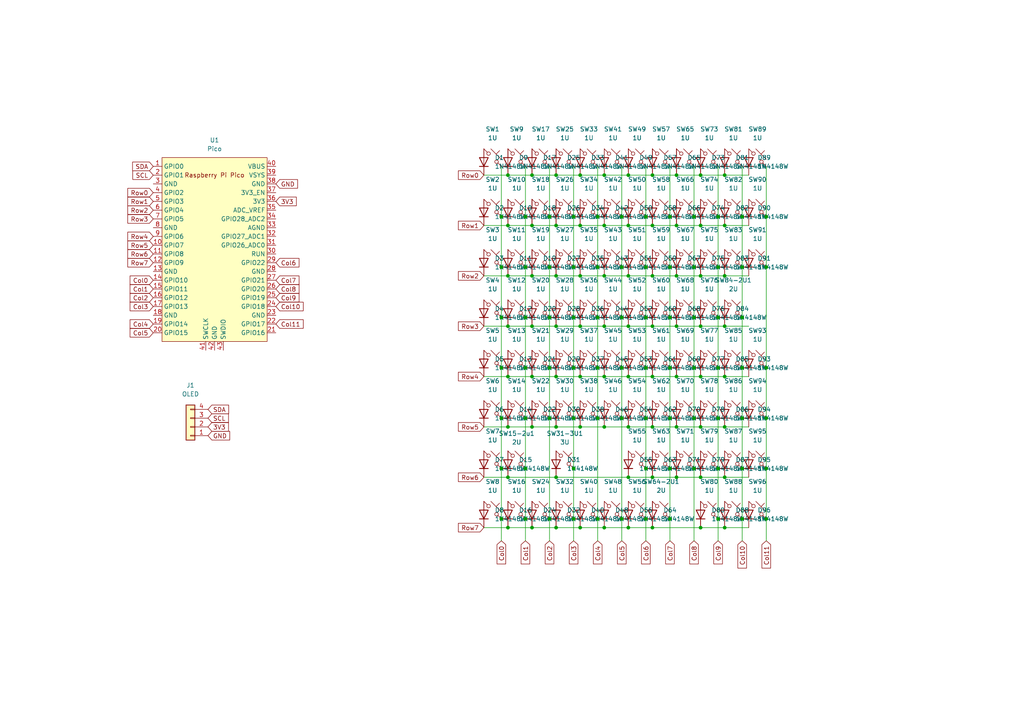
<source format=kicad_sch>
(kicad_sch (version 20211123) (generator eeschema)
  (paper "A4")
  (junction (at 196.215 80.01))
  (junction (at 182.245 123.825))
  (junction (at 180.34 106.68))
  (junction (at 222.25 135.89))
  (junction (at 208.28 135.89))
  (junction (at 161.29 80.01))
  (junction (at 147.32 123.825))
  (junction (at 152.4 135.89))
  (junction (at 215.265 135.89))
  (junction (at 168.275 94.615))
  (junction (at 194.31 106.68))
  (junction (at 147.32 80.01))
  (junction (at 196.215 65.405))
  (junction (at 187.325 121.285))
  (junction (at 152.4 121.285))
  (junction (at 189.23 94.615))
  (junction (at 196.215 50.8))
  (junction (at 168.275 153.035))
  (junction (at 182.245 138.43))
  (junction (at 173.355 121.285))
  (junction (at 208.28 121.285))
  (junction (at 182.245 80.01))
  (junction (at 210.185 80.01))
  (junction (at 210.185 138.43))
  (junction (at 175.26 65.405))
  (junction (at 182.245 109.22))
  (junction (at 180.34 121.285))
  (junction (at 194.31 62.865))
  (junction (at 154.305 109.22))
  (junction (at 222.25 106.68))
  (junction (at 203.2 138.43))
  (junction (at 168.275 123.825))
  (junction (at 210.185 123.825))
  (junction (at 180.34 62.865))
  (junction (at 154.305 94.615))
  (junction (at 161.29 65.405))
  (junction (at 203.2 50.8))
  (junction (at 152.4 92.075))
  (junction (at 145.415 106.68))
  (junction (at 187.325 150.495))
  (junction (at 187.325 62.865))
  (junction (at 187.325 135.89))
  (junction (at 145.415 135.89))
  (junction (at 152.4 62.865))
  (junction (at 208.28 62.865))
  (junction (at 152.4 77.47))
  (junction (at 222.25 62.865))
  (junction (at 152.4 150.495))
  (junction (at 161.29 153.035))
  (junction (at 173.355 62.865))
  (junction (at 189.23 123.825))
  (junction (at 189.23 109.22))
  (junction (at 166.37 135.89))
  (junction (at 180.34 77.47))
  (junction (at 159.385 92.075))
  (junction (at 187.325 77.47))
  (junction (at 159.385 150.495))
  (junction (at 152.4 106.68))
  (junction (at 161.29 123.825))
  (junction (at 147.32 94.615))
  (junction (at 187.325 92.075))
  (junction (at 159.385 121.285))
  (junction (at 194.31 121.285))
  (junction (at 154.305 50.8))
  (junction (at 154.305 80.01))
  (junction (at 147.32 153.035))
  (junction (at 189.23 50.8))
  (junction (at 182.245 153.035))
  (junction (at 194.31 92.075))
  (junction (at 166.37 121.285))
  (junction (at 210.185 153.035))
  (junction (at 145.415 150.495))
  (junction (at 196.215 94.615))
  (junction (at 203.2 94.615))
  (junction (at 201.295 106.68))
  (junction (at 189.23 153.035))
  (junction (at 180.34 92.075))
  (junction (at 215.265 121.285))
  (junction (at 194.31 77.47))
  (junction (at 175.26 80.01))
  (junction (at 189.23 138.43))
  (junction (at 147.32 65.405))
  (junction (at 159.385 62.865))
  (junction (at 180.34 150.495))
  (junction (at 168.275 109.22))
  (junction (at 182.245 94.615))
  (junction (at 175.26 94.615))
  (junction (at 196.215 123.825))
  (junction (at 166.37 106.68))
  (junction (at 147.32 138.43))
  (junction (at 159.385 77.47))
  (junction (at 210.185 65.405))
  (junction (at 189.23 65.405))
  (junction (at 145.415 121.285))
  (junction (at 203.2 109.22))
  (junction (at 215.265 77.47))
  (junction (at 147.32 50.8))
  (junction (at 166.37 62.865))
  (junction (at 222.25 77.47))
  (junction (at 201.295 92.075))
  (junction (at 175.26 50.8))
  (junction (at 182.245 50.8))
  (junction (at 222.25 150.495))
  (junction (at 215.265 106.68))
  (junction (at 201.295 135.89))
  (junction (at 168.275 50.8))
  (junction (at 168.275 65.405))
  (junction (at 173.355 92.075))
  (junction (at 175.26 123.825))
  (junction (at 168.275 80.01))
  (junction (at 210.185 109.22))
  (junction (at 196.215 138.43))
  (junction (at 189.23 80.01))
  (junction (at 173.355 77.47))
  (junction (at 166.37 150.495))
  (junction (at 222.25 121.285))
  (junction (at 159.385 106.68))
  (junction (at 208.28 106.68))
  (junction (at 215.265 150.495))
  (junction (at 161.29 94.615))
  (junction (at 203.2 65.405))
  (junction (at 201.295 77.47))
  (junction (at 173.355 106.68))
  (junction (at 175.26 153.035))
  (junction (at 154.305 123.825))
  (junction (at 187.325 106.68))
  (junction (at 201.295 62.865))
  (junction (at 203.2 153.035))
  (junction (at 208.28 150.495))
  (junction (at 215.265 92.075))
  (junction (at 208.28 92.075))
  (junction (at 194.31 135.89))
  (junction (at 196.215 109.22))
  (junction (at 145.415 62.865))
  (junction (at 166.37 92.075))
  (junction (at 161.29 109.22))
  (junction (at 161.29 50.8))
  (junction (at 145.415 92.075))
  (junction (at 208.28 77.47))
  (junction (at 194.31 150.495))
  (junction (at 175.26 109.22))
  (junction (at 145.415 77.47))
  (junction (at 154.305 153.035))
  (junction (at 210.185 94.615))
  (junction (at 166.37 77.47))
  (junction (at 210.185 50.8))
  (junction (at 203.2 80.01))
  (junction (at 203.2 123.825))
  (junction (at 215.265 62.865))
  (junction (at 161.29 138.43))
  (junction (at 182.245 65.405))
  (junction (at 173.355 150.495))
  (junction (at 154.305 65.405))
  (junction (at 147.32 109.22))
  (junction (at 201.295 121.285))
  (wire (pts (xy 161.29 153.035) (xy 168.275 153.035)))
  (wire (pts (xy 222.25 48.26) (xy 222.25 62.865)))
  (wire (pts (xy 222.25 62.865) (xy 222.25 77.47)))
  (wire (pts (xy 201.295 92.075) (xy 201.295 106.68)))
  (wire (pts (xy 180.34 62.865) (xy 180.34 77.47)))
  (wire (pts (xy 140.335 65.405) (xy 147.32 65.405)))
  (wire (pts (xy 175.26 80.01) (xy 182.245 80.01)))
  (wire (pts (xy 208.28 48.26) (xy 208.28 62.865)))
  (wire (pts (xy 175.26 153.035) (xy 182.245 153.035)))
  (wire (pts (xy 196.215 65.405) (xy 203.2 65.405)))
  (wire (pts (xy 180.34 77.47) (xy 180.34 92.075)))
  (wire (pts (xy 154.305 50.8) (xy 161.29 50.8)))
  (wire (pts (xy 145.415 150.495) (xy 145.415 156.845)))
  (wire (pts (xy 187.325 77.47) (xy 187.325 92.075)))
  (wire (pts (xy 154.305 153.035) (xy 161.29 153.035)))
  (wire (pts (xy 161.29 65.405) (xy 168.275 65.405)))
  (wire (pts (xy 215.265 135.89) (xy 215.265 150.495)))
  (wire (pts (xy 222.25 135.89) (xy 222.25 150.495)))
  (wire (pts (xy 215.265 92.075) (xy 215.265 106.68)))
  (wire (pts (xy 180.34 106.68) (xy 180.34 121.285)))
  (wire (pts (xy 152.4 48.26) (xy 152.4 62.865)))
  (wire (pts (xy 159.385 77.47) (xy 159.385 92.075)))
  (wire (pts (xy 187.325 150.495) (xy 187.325 156.845)))
  (wire (pts (xy 210.185 153.035) (xy 217.17 153.035)))
  (wire (pts (xy 222.25 106.68) (xy 222.25 121.285)))
  (wire (pts (xy 175.26 109.22) (xy 182.245 109.22)))
  (wire (pts (xy 154.305 65.405) (xy 161.29 65.405)))
  (wire (pts (xy 208.28 77.47) (xy 208.28 92.075)))
  (wire (pts (xy 196.215 94.615) (xy 203.2 94.615)))
  (wire (pts (xy 166.37 150.495) (xy 166.37 156.845)))
  (wire (pts (xy 161.29 123.825) (xy 168.275 123.825)))
  (wire (pts (xy 152.4 106.68) (xy 152.4 121.285)))
  (wire (pts (xy 187.325 62.865) (xy 187.325 77.47)))
  (wire (pts (xy 189.23 80.01) (xy 196.215 80.01)))
  (wire (pts (xy 161.29 138.43) (xy 182.245 138.43)))
  (wire (pts (xy 140.335 153.035) (xy 147.32 153.035)))
  (wire (pts (xy 182.245 153.035) (xy 189.23 153.035)))
  (wire (pts (xy 166.37 62.865) (xy 166.37 77.47)))
  (wire (pts (xy 196.215 50.8) (xy 203.2 50.8)))
  (wire (pts (xy 203.2 123.825) (xy 210.185 123.825)))
  (wire (pts (xy 159.385 106.68) (xy 159.385 121.285)))
  (wire (pts (xy 215.265 121.285) (xy 215.265 135.89)))
  (wire (pts (xy 145.415 48.26) (xy 145.415 62.865)))
  (wire (pts (xy 180.34 121.285) (xy 180.34 150.495)))
  (wire (pts (xy 168.275 50.8) (xy 175.26 50.8)))
  (wire (pts (xy 201.295 121.285) (xy 201.295 135.89)))
  (wire (pts (xy 147.32 153.035) (xy 154.305 153.035)))
  (wire (pts (xy 208.28 121.285) (xy 208.28 135.89)))
  (wire (pts (xy 147.32 123.825) (xy 154.305 123.825)))
  (wire (pts (xy 194.31 106.68) (xy 194.31 121.285)))
  (wire (pts (xy 189.23 94.615) (xy 196.215 94.615)))
  (wire (pts (xy 173.355 77.47) (xy 173.355 92.075)))
  (wire (pts (xy 222.25 121.285) (xy 222.25 135.89)))
  (wire (pts (xy 152.4 62.865) (xy 152.4 77.47)))
  (wire (pts (xy 159.385 121.285) (xy 159.385 150.495)))
  (wire (pts (xy 194.31 62.865) (xy 194.31 77.47)))
  (wire (pts (xy 173.355 106.68) (xy 173.355 121.285)))
  (wire (pts (xy 210.185 138.43) (xy 217.17 138.43)))
  (wire (pts (xy 159.385 150.495) (xy 159.385 156.845)))
  (wire (pts (xy 173.355 48.26) (xy 173.355 62.865)))
  (wire (pts (xy 154.305 109.22) (xy 161.29 109.22)))
  (wire (pts (xy 187.325 48.26) (xy 187.325 62.865)))
  (wire (pts (xy 161.29 109.22) (xy 168.275 109.22)))
  (wire (pts (xy 210.185 80.01) (xy 217.17 80.01)))
  (wire (pts (xy 187.325 121.285) (xy 187.325 135.89)))
  (wire (pts (xy 173.355 150.495) (xy 173.355 156.845)))
  (wire (pts (xy 196.215 109.22) (xy 203.2 109.22)))
  (wire (pts (xy 189.23 109.22) (xy 196.215 109.22)))
  (wire (pts (xy 194.31 121.285) (xy 194.31 135.89)))
  (wire (pts (xy 140.335 80.01) (xy 147.32 80.01)))
  (wire (pts (xy 196.215 80.01) (xy 203.2 80.01)))
  (wire (pts (xy 166.37 77.47) (xy 166.37 92.075)))
  (wire (pts (xy 140.335 109.22) (xy 147.32 109.22)))
  (wire (pts (xy 203.2 153.035) (xy 210.185 153.035)))
  (wire (pts (xy 147.32 80.01) (xy 154.305 80.01)))
  (wire (pts (xy 145.415 62.865) (xy 145.415 77.47)))
  (wire (pts (xy 201.295 106.68) (xy 201.295 121.285)))
  (wire (pts (xy 175.26 94.615) (xy 182.245 94.615)))
  (wire (pts (xy 147.32 109.22) (xy 154.305 109.22)))
  (wire (pts (xy 215.265 48.26) (xy 215.265 62.865)))
  (wire (pts (xy 180.34 150.495) (xy 180.34 156.845)))
  (wire (pts (xy 201.295 48.26) (xy 201.295 62.865)))
  (wire (pts (xy 168.275 65.405) (xy 175.26 65.405)))
  (wire (pts (xy 180.34 48.26) (xy 180.34 62.865)))
  (wire (pts (xy 208.28 135.89) (xy 208.28 150.495)))
  (wire (pts (xy 152.4 121.285) (xy 152.4 135.89)))
  (wire (pts (xy 180.34 92.075) (xy 180.34 106.68)))
  (wire (pts (xy 201.295 135.89) (xy 201.295 156.845)))
  (wire (pts (xy 161.29 80.01) (xy 168.275 80.01)))
  (wire (pts (xy 140.335 123.825) (xy 147.32 123.825)))
  (wire (pts (xy 166.37 48.26) (xy 166.37 62.865)))
  (wire (pts (xy 140.335 50.8) (xy 147.32 50.8)))
  (wire (pts (xy 187.325 135.89) (xy 187.325 150.495)))
  (wire (pts (xy 203.2 94.615) (xy 210.185 94.615)))
  (wire (pts (xy 140.335 94.615) (xy 147.32 94.615)))
  (wire (pts (xy 166.37 92.075) (xy 166.37 106.68)))
  (wire (pts (xy 189.23 138.43) (xy 196.215 138.43)))
  (wire (pts (xy 147.32 50.8) (xy 154.305 50.8)))
  (wire (pts (xy 189.23 65.405) (xy 196.215 65.405)))
  (wire (pts (xy 203.2 50.8) (xy 210.185 50.8)))
  (wire (pts (xy 147.32 138.43) (xy 161.29 138.43)))
  (wire (pts (xy 196.215 138.43) (xy 203.2 138.43)))
  (wire (pts (xy 215.265 150.495) (xy 215.265 156.845)))
  (wire (pts (xy 215.265 77.47) (xy 215.265 92.075)))
  (wire (pts (xy 182.245 65.405) (xy 189.23 65.405)))
  (wire (pts (xy 189.23 50.8) (xy 196.215 50.8)))
  (wire (pts (xy 203.2 109.22) (xy 210.185 109.22)))
  (wire (pts (xy 168.275 109.22) (xy 175.26 109.22)))
  (wire (pts (xy 208.28 92.075) (xy 208.28 106.68)))
  (wire (pts (xy 145.415 121.285) (xy 145.415 135.89)))
  (wire (pts (xy 166.37 135.89) (xy 166.37 150.495)))
  (wire (pts (xy 168.275 94.615) (xy 175.26 94.615)))
  (wire (pts (xy 194.31 77.47) (xy 194.31 92.075)))
  (wire (pts (xy 152.4 92.075) (xy 152.4 106.68)))
  (wire (pts (xy 194.31 135.89) (xy 194.31 150.495)))
  (wire (pts (xy 194.31 48.26) (xy 194.31 62.865)))
  (wire (pts (xy 147.32 65.405) (xy 154.305 65.405)))
  (wire (pts (xy 201.295 77.47) (xy 201.295 92.075)))
  (wire (pts (xy 152.4 77.47) (xy 152.4 92.075)))
  (wire (pts (xy 182.245 80.01) (xy 189.23 80.01)))
  (wire (pts (xy 203.2 65.405) (xy 210.185 65.405)))
  (wire (pts (xy 159.385 62.865) (xy 159.385 77.47)))
  (wire (pts (xy 168.275 153.035) (xy 175.26 153.035)))
  (wire (pts (xy 210.185 94.615) (xy 217.17 94.615)))
  (wire (pts (xy 166.37 121.285) (xy 166.37 135.89)))
  (wire (pts (xy 210.185 109.22) (xy 217.17 109.22)))
  (wire (pts (xy 145.415 135.89) (xy 145.415 150.495)))
  (wire (pts (xy 182.245 50.8) (xy 189.23 50.8)))
  (wire (pts (xy 194.31 150.495) (xy 194.31 156.845)))
  (wire (pts (xy 215.265 106.68) (xy 215.265 121.285)))
  (wire (pts (xy 187.325 106.68) (xy 187.325 121.285)))
  (wire (pts (xy 145.415 106.68) (xy 145.415 121.285)))
  (wire (pts (xy 168.275 80.01) (xy 175.26 80.01)))
  (wire (pts (xy 145.415 92.075) (xy 145.415 106.68)))
  (wire (pts (xy 215.265 62.865) (xy 215.265 77.47)))
  (wire (pts (xy 145.415 77.47) (xy 145.415 92.075)))
  (wire (pts (xy 154.305 123.825) (xy 161.29 123.825)))
  (wire (pts (xy 203.2 138.43) (xy 210.185 138.43)))
  (wire (pts (xy 201.295 62.865) (xy 201.295 77.47)))
  (wire (pts (xy 152.4 135.89) (xy 152.4 150.495)))
  (wire (pts (xy 173.355 121.285) (xy 173.355 150.495)))
  (wire (pts (xy 175.26 123.825) (xy 182.245 123.825)))
  (wire (pts (xy 210.185 50.8) (xy 217.17 50.8)))
  (wire (pts (xy 154.305 80.01) (xy 161.29 80.01)))
  (wire (pts (xy 166.37 106.68) (xy 166.37 121.285)))
  (wire (pts (xy 182.245 123.825) (xy 189.23 123.825)))
  (wire (pts (xy 182.245 109.22) (xy 189.23 109.22)))
  (wire (pts (xy 182.245 138.43) (xy 189.23 138.43)))
  (wire (pts (xy 173.355 62.865) (xy 173.355 77.47)))
  (wire (pts (xy 189.23 153.035) (xy 203.2 153.035)))
  (wire (pts (xy 161.29 94.615) (xy 168.275 94.615)))
  (wire (pts (xy 175.26 50.8) (xy 182.245 50.8)))
  (wire (pts (xy 208.28 62.865) (xy 208.28 77.47)))
  (wire (pts (xy 161.29 50.8) (xy 168.275 50.8)))
  (wire (pts (xy 140.335 138.43) (xy 147.32 138.43)))
  (wire (pts (xy 187.325 92.075) (xy 187.325 106.68)))
  (wire (pts (xy 196.215 123.825) (xy 203.2 123.825)))
  (wire (pts (xy 159.385 92.075) (xy 159.385 106.68)))
  (wire (pts (xy 173.355 92.075) (xy 173.355 106.68)))
  (wire (pts (xy 152.4 150.495) (xy 152.4 156.845)))
  (wire (pts (xy 210.185 123.825) (xy 217.17 123.825)))
  (wire (pts (xy 175.26 65.405) (xy 182.245 65.405)))
  (wire (pts (xy 154.305 94.615) (xy 161.29 94.615)))
  (wire (pts (xy 208.28 150.495) (xy 208.28 156.845)))
  (wire (pts (xy 168.275 123.825) (xy 175.26 123.825)))
  (wire (pts (xy 159.385 48.26) (xy 159.385 62.865)))
  (wire (pts (xy 189.23 123.825) (xy 196.215 123.825)))
  (wire (pts (xy 194.31 92.075) (xy 194.31 106.68)))
  (wire (pts (xy 203.2 80.01) (xy 210.185 80.01)))
  (wire (pts (xy 182.245 94.615) (xy 189.23 94.615)))
  (wire (pts (xy 222.25 77.47) (xy 222.25 106.68)))
  (wire (pts (xy 208.28 106.68) (xy 208.28 121.285)))
  (wire (pts (xy 147.32 94.615) (xy 154.305 94.615)))
  (wire (pts (xy 210.185 65.405) (xy 217.17 65.405)))
  (wire (pts (xy 222.25 150.495) (xy 222.25 156.845)))
  (global_label "Col10" (shape input) (at 80.01 88.9 0) (property "Intersheet References" "${INTERSHEET_REFS}" (effects hide)))
  (global_label "Col0" (shape input) (at 44.45 81.28 180) (property "Intersheet References" "${INTERSHEET_REFS}" (effects hide)))
  (global_label "Row6" (shape input) (at 44.45 73.66 180) (property "Intersheet References" "${INTERSHEET_REFS}" (effects hide)))
  (global_label "Col7" (shape input) (at 194.31 156.845 270) (property "Intersheet References" "${INTERSHEET_REFS}" (effects hide)))
  (global_label "Row1" (shape input) (at 140.335 65.405 180) (property "Intersheet References" "${INTERSHEET_REFS}" (effects hide)))
  (global_label "Row4" (shape input) (at 140.335 109.22 180) (property "Intersheet References" "${INTERSHEET_REFS}" (effects hide)))
  (global_label "SCL" (shape input) (at 44.45 50.8 180) (property "Intersheet References" "${INTERSHEET_REFS}" (effects hide)))
  (global_label "Col11" (shape input) (at 80.01 93.98 0) (property "Intersheet References" "${INTERSHEET_REFS}" (effects hide)))
  (global_label "SDA" (shape input) (at 44.45 48.26 180) (property "Intersheet References" "${INTERSHEET_REFS}" (effects hide)))
  (global_label "Col4" (shape input) (at 173.355 156.845 270) (property "Intersheet References" "${INTERSHEET_REFS}" (effects hide)))
  (global_label "SDA" (shape input) (at 60.325 118.745 0) (property "Intersheet References" "${INTERSHEET_REFS}" (effects hide)))
  (global_label "Row2" (shape input) (at 44.45 60.96 180) (property "Intersheet References" "${INTERSHEET_REFS}" (effects hide)))
  (global_label "Col8" (shape input) (at 201.295 156.845 270) (property "Intersheet References" "${INTERSHEET_REFS}" (effects hide)))
  (global_label "Col3" (shape input) (at 44.45 88.9 180) (property "Intersheet References" "${INTERSHEET_REFS}" (effects hide)))
  (global_label "Col4" (shape input) (at 44.45 93.98 180) (property "Intersheet References" "${INTERSHEET_REFS}" (effects hide)))
  (global_label "Col5" (shape input) (at 44.45 96.52 180) (property "Intersheet References" "${INTERSHEET_REFS}" (effects hide)))
  (global_label "Col10" (shape input) (at 215.265 156.845 270) (property "Intersheet References" "${INTERSHEET_REFS}" (effects hide)))
  (global_label "Col1" (shape input) (at 44.45 83.82 180) (property "Intersheet References" "${INTERSHEET_REFS}" (effects hide)))
  (global_label "SCL" (shape input) (at 60.325 121.285 0) (property "Intersheet References" "${INTERSHEET_REFS}" (effects hide)))
  (global_label "GND" (shape input) (at 60.325 126.365 0) (property "Intersheet References" "${INTERSHEET_REFS}" (effects hide)))
  (global_label "Row4" (shape input) (at 44.45 68.58 180) (property "Intersheet References" "${INTERSHEET_REFS}" (effects hide)))
  (global_label "3V3" (shape input) (at 80.01 58.42 0) (property "Intersheet References" "${INTERSHEET_REFS}" (effects hide)))
  (global_label "Col1" (shape input) (at 152.4 156.845 270) (property "Intersheet References" "${INTERSHEET_REFS}" (effects hide)))
  (global_label "Col8" (shape input) (at 80.01 83.82 0) (property "Intersheet References" "${INTERSHEET_REFS}" (effects hide)))
  (global_label "Col5" (shape input) (at 180.34 156.845 270) (property "Intersheet References" "${INTERSHEET_REFS}" (effects hide)))
  (global_label "Row2" (shape input) (at 140.335 80.01 180) (property "Intersheet References" "${INTERSHEET_REFS}" (effects hide)))
  (global_label "Col6" (shape input) (at 187.325 156.845 270) (property "Intersheet References" "${INTERSHEET_REFS}" (effects hide)))
  (global_label "Col7" (shape input) (at 80.01 81.28 0) (property "Intersheet References" "${INTERSHEET_REFS}" (effects hide)))
  (global_label "Row7" (shape input) (at 44.45 76.2 180) (property "Intersheet References" "${INTERSHEET_REFS}" (effects hide)))
  (global_label "Col2" (shape input) (at 159.385 156.845 270) (property "Intersheet References" "${INTERSHEET_REFS}" (effects hide)))
  (global_label "Col2" (shape input) (at 44.45 86.36 180) (property "Intersheet References" "${INTERSHEET_REFS}" (effects hide)))
  (global_label "Row5" (shape input) (at 140.335 123.825 180) (property "Intersheet References" "${INTERSHEET_REFS}" (effects hide)))
  (global_label "Row5" (shape input) (at 44.45 71.12 180) (property "Intersheet References" "${INTERSHEET_REFS}" (effects hide)))
  (global_label "Row3" (shape input) (at 140.335 94.615 180) (property "Intersheet References" "${INTERSHEET_REFS}" (effects hide)))
  (global_label "Row1" (shape input) (at 44.45 58.42 180) (property "Intersheet References" "${INTERSHEET_REFS}" (effects hide)))
  (global_label "Row3" (shape input) (at 44.45 63.5 180) (property "Intersheet References" "${INTERSHEET_REFS}" (effects hide)))
  (global_label "GND" (shape input) (at 80.01 53.34 0) (property "Intersheet References" "${INTERSHEET_REFS}" (effects hide)))
  (global_label "Col11" (shape input) (at 222.25 156.845 270) (property "Intersheet References" "${INTERSHEET_REFS}" (effects hide)))
  (global_label "Row0" (shape input) (at 44.45 55.88 180) (property "Intersheet References" "${INTERSHEET_REFS}" (effects hide)))
  (global_label "Col9" (shape input) (at 208.28 156.845 270) (property "Intersheet References" "${INTERSHEET_REFS}" (effects hide)))
  (global_label "Row7" (shape input) (at 140.335 153.035 180) (property "Intersheet References" "${INTERSHEET_REFS}" (effects hide)))
  (global_label "Col3" (shape input) (at 166.37 156.845 270) (property "Intersheet References" "${INTERSHEET_REFS}" (effects hide)))
  (global_label "Col0" (shape input) (at 145.415 156.845 270) (property "Intersheet References" "${INTERSHEET_REFS}" (effects hide)))
  (global_label "Row0" (shape input) (at 140.335 50.8 180) (property "Intersheet References" "${INTERSHEET_REFS}" (effects hide)))
  (global_label "Col9" (shape input) (at 80.01 86.36 0) (property "Intersheet References" "${INTERSHEET_REFS}" (effects hide)))
  (global_label "Row6" (shape input) (at 140.335 138.43 180) (property "Intersheet References" "${INTERSHEET_REFS}" (effects hide)))
  (global_label "3V3" (shape input) (at 60.325 123.825 0) (property "Intersheet References" "${INTERSHEET_REFS}" (effects hide)))
  (global_label "Col6" (shape input) (at 80.01 76.2 0) (property "Intersheet References" "${INTERSHEET_REFS}" (effects hide)))
  (symbol (lib_id "Diode:1N4148W") (at 161.29 120.015 90) (unit 1)
    (property "Reference" "D30" (at 164.465 118.7449 90) (effects (justify right)))
    (property "Value" "1N4148W" (at 164.465 121.2849 90) (effects (justify right)))
    (property "Footprint" "Diode_SMD:D_SOD-123" (effects hide))
    (property "Datasheet" "https://www.vishay.com/docs/85748/1n4148w.pdf" (effects hide))
  )
  (symbol (lib_id "Switch:SW_Push_45deg") (at 163.83 104.14 0) (unit 1)
    (property "Reference" "SW29" (at 163.83 95.885 0))
    (property "Value" "1U" (at 163.83 98.425 0))
    (property "Footprint" "Switch_Keyboard_Kailh:SW_Kailh_Choc_V1V2_1.00u" (effects hide))
  )
  (symbol (lib_id "Switch:SW_Push_45deg") (at 219.71 60.325 0) (unit 1)
    (property "Reference" "SW90" (at 219.71 52.07 0))
    (property "Value" "1U" (at 219.71 54.61 0))
    (property "Footprint" "Switch_Keyboard_Kailh:SW_Kailh_Choc_V1V2_1.00u" (effects hide))
  )
  (symbol (lib_id "Diode:1N4148W") (at 210.185 149.225 90) (unit 1)
    (property "Reference" "D88" (at 213.36 147.9549 90) (effects (justify right)))
    (property "Value" "1N4148W" (at 213.36 150.4949 90) (effects (justify right)))
    (property "Footprint" "Diode_SMD:D_SOD-123" (effects hide))
    (property "Datasheet" "https://www.vishay.com/docs/85748/1n4148w.pdf" (effects hide))
  )
  (symbol (lib_id "Switch:SW_Push_45deg") (at 191.77 60.325 0) (unit 1)
    (property "Reference" "SW58" (at 191.77 52.07 0))
    (property "Value" "1U" (at 191.77 54.61 0))
    (property "Footprint" "Switch_Keyboard_Kailh:SW_Kailh_Choc_V1V2_1.00u" (effects hide))
  )
  (symbol (lib_id "Switch:SW_Push_45deg") (at 177.8 89.535 0) (unit 1)
    (property "Reference" "SW44" (at 177.8 81.28 0))
    (property "Value" "1U" (at 177.8 83.82 0))
    (property "Footprint" "Switch_Keyboard_Kailh:SW_Kailh_Choc_V1V2_1.00u" (effects hide))
  )
  (symbol (lib_id "Diode:1N4148W") (at 140.335 61.595 90) (unit 1)
    (property "Reference" "D2" (at 143.51 60.3249 90) (effects (justify right)))
    (property "Value" "1N4148W" (at 143.51 62.8649 90) (effects (justify right)))
    (property "Footprint" "Diode_SMD:D_SOD-123" (effects hide))
    (property "Datasheet" "https://www.vishay.com/docs/85748/1n4148w.pdf" (effects hide))
  )
  (symbol (lib_id "Diode:1N4148W") (at 161.29 61.595 90) (unit 1)
    (property "Reference" "D26" (at 164.465 60.3249 90) (effects (justify right)))
    (property "Value" "1N4148W" (at 164.465 62.8649 90) (effects (justify right)))
    (property "Footprint" "Diode_SMD:D_SOD-123" (effects hide))
    (property "Datasheet" "https://www.vishay.com/docs/85748/1n4148w.pdf" (effects hide))
  )
  (symbol (lib_id "Switch:SW_Push_45deg") (at 142.875 133.35 0) (unit 1)
    (property "Reference" "SW7" (at 142.875 125.095 0))
    (property "Value" "1U" (at 142.875 127.635 0))
    (property "Footprint" "Switch_Keyboard_Kailh:SW_Kailh_Choc_V1V2_1.00u" (effects hide))
  )
  (symbol (lib_id "Switch:SW_Push_45deg") (at 149.86 89.535 0) (unit 1)
    (property "Reference" "SW12" (at 149.86 81.28 0))
    (property "Value" "1U" (at 149.86 83.82 0))
    (property "Footprint" "Switch_Keyboard_Kailh:SW_Kailh_Choc_V1V2_1.00u" (effects hide))
  )
  (symbol (lib_id "Diode:1N4148W") (at 217.17 105.41 270) (mirror x) (unit 1)
    (property "Reference" "D93" (at 219.71 104.1399 90) (effects (justify left)))
    (property "Value" "1N4148W" (at 219.71 106.6799 90) (effects (justify left)))
    (property "Footprint" "Diode_SMD:D_SOD-123" (effects hide))
    (property "Datasheet" "https://www.vishay.com/docs/85748/1n4148w.pdf" (effects hide))
  )
  (symbol (lib_id "Switch:SW_Push_45deg") (at 212.725 133.35 0) (unit 1)
    (property "Reference" "SW87" (at 212.725 125.095 0))
    (property "Value" "1U" (at 212.725 127.635 0))
    (property "Footprint" "Switch_Keyboard_Kailh:SW_Kailh_Choc_V1V2_1.00u" (effects hide))
  )
  (symbol (lib_id "Switch:SW_Push_45deg") (at 212.725 104.14 0) (unit 1)
    (property "Reference" "SW85" (at 212.725 95.885 0))
    (property "Value" "1U" (at 212.725 98.425 0))
    (property "Footprint" "Switch_Keyboard_Kailh:SW_Kailh_Choc_V1V2_1.00u" (effects hide))
  )
  (symbol (lib_id "Diode:1N4148W") (at 175.26 76.2 90) (unit 1)
    (property "Reference" "D43" (at 178.435 74.9299 90) (effects (justify right)))
    (property "Value" "1N4148W" (at 178.435 77.4699 90) (effects (justify right)))
    (property "Footprint" "Diode_SMD:D_SOD-123" (effects hide))
    (property "Datasheet" "https://www.vishay.com/docs/85748/1n4148w.pdf" (effects hide))
  )
  (symbol (lib_id "Diode:1N4148W") (at 182.245 149.225 90) (unit 1)
    (property "Reference" "D56" (at 185.42 147.9549 90) (effects (justify right)))
    (property "Value" "1N4148W" (at 185.42 150.4949 90) (effects (justify right)))
    (property "Footprint" "Diode_SMD:D_SOD-123" (effects hide))
    (property "Datasheet" "https://www.vishay.com/docs/85748/1n4148w.pdf" (effects hide))
  )
  (symbol (lib_id "Diode:1N4148W") (at 217.17 149.225 270) (mirror x) (unit 1)
    (property "Reference" "D96" (at 219.71 147.9549 90) (effects (justify left)))
    (property "Value" "1N4148W" (at 219.71 150.4949 90) (effects (justify left)))
    (property "Footprint" "Diode_SMD:D_SOD-123" (effects hide))
    (property "Datasheet" "https://www.vishay.com/docs/85748/1n4148w.pdf" (effects hide))
  )
  (symbol (lib_id "Diode:1N4148W") (at 161.29 76.2 90) (unit 1)
    (property "Reference" "D27" (at 164.465 74.9299 90) (effects (justify right)))
    (property "Value" "1N4148W" (at 164.465 77.4699 90) (effects (justify right)))
    (property "Footprint" "Diode_SMD:D_SOD-123" (effects hide))
    (property "Datasheet" "https://www.vishay.com/docs/85748/1n4148w.pdf" (effects hide))
  )
  (symbol (lib_id "Diode:1N4148W") (at 140.335 134.62 90) (unit 1)
    (property "Reference" "D7" (at 143.51 133.3499 90) (effects (justify right)))
    (property "Value" "1N4148W" (at 143.51 135.8899 90) (effects (justify right)))
    (property "Footprint" "Diode_SMD:D_SOD-123" (effects hide))
    (property "Datasheet" "https://www.vishay.com/docs/85748/1n4148w.pdf" (effects hide))
  )
  (symbol (lib_id "Diode:1N4148W") (at 182.245 46.99 90) (unit 1)
    (property "Reference" "D49" (at 185.42 45.7199 90) (effects (justify right)))
    (property "Value" "1N4148W" (at 185.42 48.2599 90) (effects (justify right)))
    (property "Footprint" "Diode_SMD:D_SOD-123" (effects hide))
    (property "Datasheet" "https://www.vishay.com/docs/85748/1n4148w.pdf" (effects hide))
  )
  (symbol (lib_id "Diode:1N4148W") (at 196.215 105.41 90) (unit 1)
    (property "Reference" "D69" (at 199.39 104.1399 90) (effects (justify right)))
    (property "Value" "1N4148W" (at 199.39 106.6799 90) (effects (justify right)))
    (property "Footprint" "Diode_SMD:D_SOD-123" (effects hide))
    (property "Datasheet" "https://www.vishay.com/docs/85748/1n4148w.pdf" (effects hide))
  )
  (symbol (lib_id "Switch:SW_Push_45deg") (at 219.71 133.35 0) (unit 1)
    (property "Reference" "SW95" (at 219.71 125.095 0))
    (property "Value" "1U" (at 219.71 127.635 0))
    (property "Footprint" "Switch_Keyboard_Kailh:SW_Kailh_Choc_V1V2_1.00u" (effects hide))
  )
  (symbol (lib_id "Switch:SW_Push_45deg") (at 156.845 60.325 0) (unit 1)
    (property "Reference" "SW18" (at 156.845 52.07 0))
    (property "Value" "1U" (at 156.845 54.61 0))
    (property "Footprint" "Switch_Keyboard_Kailh:SW_Kailh_Choc_V1V2_1.00u" (effects hide))
  )
  (symbol (lib_id "Diode:1N4148W") (at 147.32 90.805 90) (unit 1)
    (property "Reference" "D12" (at 150.495 89.5349 90) (effects (justify right)))
    (property "Value" "1N4148W" (at 150.495 92.0749 90) (effects (justify right)))
    (property "Footprint" "Diode_SMD:D_SOD-123" (effects hide))
    (property "Datasheet" "https://www.vishay.com/docs/85748/1n4148w.pdf" (effects hide))
  )
  (symbol (lib_id "Diode:1N4148W") (at 217.17 46.99 270) (mirror x) (unit 1)
    (property "Reference" "D89" (at 219.71 45.7199 90) (effects (justify left)))
    (property "Value" "1N4148W" (at 219.71 48.2599 90) (effects (justify left)))
    (property "Footprint" "Diode_SMD:D_SOD-123" (effects hide))
    (property "Datasheet" "https://www.vishay.com/docs/85748/1n4148w.pdf" (effects hide))
  )
  (symbol (lib_id "Diode:1N4148W") (at 168.275 46.99 90) (unit 1)
    (property "Reference" "D33" (at 171.45 45.7199 90) (effects (justify right)))
    (property "Value" "1N4148W" (at 171.45 48.2599 90) (effects (justify right)))
    (property "Footprint" "Diode_SMD:D_SOD-123" (effects hide))
    (property "Datasheet" "https://www.vishay.com/docs/85748/1n4148w.pdf" (effects hide))
  )
  (symbol (lib_id "Switch:SW_Push_45deg") (at 205.74 60.325 0) (unit 1)
    (property "Reference" "SW74" (at 205.74 52.07 0))
    (property "Value" "1U" (at 205.74 54.61 0))
    (property "Footprint" "Switch_Keyboard_Kailh:SW_Kailh_Choc_V1V2_1.00u" (effects hide))
  )
  (symbol (lib_id "Diode:1N4148W") (at 203.2 105.41 90) (unit 1)
    (property "Reference" "D77" (at 206.375 104.1399 90) (effects (justify right)))
    (property "Value" "1N4148W" (at 206.375 106.6799 90) (effects (justify right)))
    (property "Footprint" "Diode_SMD:D_SOD-123" (effects hide))
    (property "Datasheet" "https://www.vishay.com/docs/85748/1n4148w.pdf" (effects hide))
  )
  (symbol (lib_id "Switch:SW_Push_45deg") (at 219.71 118.745 0) (unit 1)
    (property "Reference" "SW94" (at 219.71 110.49 0))
    (property "Value" "1U" (at 219.71 113.03 0))
    (property "Footprint" "Switch_Keyboard_Kailh:SW_Kailh_Choc_V1V2_1.00u" (effects hide))
  )
  (symbol (lib_id "Switch:SW_Push_45deg") (at 163.83 118.745 0) (unit 1)
    (property "Reference" "SW30" (at 163.83 110.49 0))
    (property "Value" "1U" (at 163.83 113.03 0))
    (property "Footprint" "Switch_Keyboard_Kailh:SW_Kailh_Choc_V1V2_1.00u" (effects hide))
  )
  (symbol (lib_id "Diode:1N4148W") (at 147.32 149.225 90) (unit 1)
    (property "Reference" "D16" (at 150.495 147.9549 90) (effects (justify right)))
    (property "Value" "1N4148W" (at 150.495 150.4949 90) (effects (justify right)))
    (property "Footprint" "Diode_SMD:D_SOD-123" (effects hide))
    (property "Datasheet" "https://www.vishay.com/docs/85748/1n4148w.pdf" (effects hide))
  )
  (symbol (lib_id "Switch:SW_Push_45deg") (at 212.725 89.535 0) (unit 1)
    (property "Reference" "SW84-2U1" (at 212.725 81.28 0))
    (property "Value" "2U" (at 212.725 83.82 0))
    (property "Footprint" "Switch_Keyboard_Kailh:SW_Kailh_Choc_V1V2_2.00u" (effects hide))
  )
  (symbol (lib_id "Switch:SW_Push_45deg") (at 156.845 45.72 0) (unit 1)
    (property "Reference" "SW17" (at 156.845 37.465 0))
    (property "Value" "1U" (at 156.845 40.005 0))
    (property "Footprint" "Switch_Keyboard_Kailh:SW_Kailh_Choc_V1V2_1.00u" (effects hide))
  )
  (symbol (lib_id "Diode:1N4148W") (at 154.305 61.595 90) (unit 1)
    (property "Reference" "D18" (at 157.48 60.3249 90) (effects (justify right)))
    (property "Value" "1N4148W" (at 157.48 62.8649 90) (effects (justify right)))
    (property "Footprint" "Diode_SMD:D_SOD-123" (effects hide))
    (property "Datasheet" "https://www.vishay.com/docs/85748/1n4148w.pdf" (effects hide))
  )
  (symbol (lib_id "Switch:SW_Push_45deg") (at 219.71 104.14 0) (unit 1)
    (property "Reference" "SW93" (at 219.71 95.885 0))
    (property "Value" "1U" (at 219.71 98.425 0))
    (property "Footprint" "Switch_Keyboard_Kailh:SW_Kailh_Choc_V1V2_1.00u" (effects hide))
  )
  (symbol (lib_id "Diode:1N4148W") (at 140.335 46.99 90) (unit 1)
    (property "Reference" "D1" (at 143.51 45.7199 90) (effects (justify right)))
    (property "Value" "1N4148W" (at 143.51 48.2599 90) (effects (justify right)))
    (property "Footprint" "Diode_SMD:D_SOD-123" (effects hide))
    (property "Datasheet" "https://www.vishay.com/docs/85748/1n4148w.pdf" (effects hide))
  )
  (symbol (lib_id "Diode:1N4148W") (at 210.185 61.595 90) (unit 1)
    (property "Reference" "D82" (at 213.36 60.3249 90) (effects (justify right)))
    (property "Value" "1N4148W" (at 213.36 62.8649 90) (effects (justify right)))
    (property "Footprint" "Diode_SMD:D_SOD-123" (effects hide))
    (property "Datasheet" "https://www.vishay.com/docs/85748/1n4148w.pdf" (effects hide))
  )
  (symbol (lib_id "Switch:SW_Push_45deg") (at 184.785 45.72 0) (unit 1)
    (property "Reference" "SW49" (at 184.785 37.465 0))
    (property "Value" "1U" (at 184.785 40.005 0))
    (property "Footprint" "Switch_Keyboard_Kailh:SW_Kailh_Choc_V1V2_1.00u" (effects hide))
  )
  (symbol (lib_id "Switch:SW_Push_45deg") (at 170.815 118.745 0) (unit 1)
    (property "Reference" "SW38" (at 170.815 110.49 0))
    (property "Value" "1U" (at 170.815 113.03 0))
    (property "Footprint" "Switch_Keyboard_Kailh:SW_Kailh_Choc_V1V2_1.00u" (effects hide))
  )
  (symbol (lib_id "Switch:SW_Push_45deg") (at 191.77 133.35 0) (unit 1)
    (property "Reference" "SW63" (at 191.77 125.095 0))
    (property "Value" "1U" (at 191.77 127.635 0))
    (property "Footprint" "Switch_Keyboard_Kailh:SW_Kailh_Choc_V1V2_1.00u" (effects hide))
  )
  (symbol (lib_id "Switch:SW_Push_45deg") (at 170.815 74.93 0) (unit 1)
    (property "Reference" "SW35" (at 170.815 66.675 0))
    (property "Value" "1U" (at 170.815 69.215 0))
    (property "Footprint" "Switch_Keyboard_Kailh:SW_Kailh_Choc_V1V2_1.00u" (effects hide))
  )
  (symbol (lib_id "Connector_Generic:Conn_01x04") (at 55.245 123.825 180) (unit 1)
    (property "Reference" "J1" (at 55.245 111.76 0))
    (property "Value" "OLED" (at 55.245 114.3 0))
    (property "Footprint" "Keebio-Parts:128x64OLED" (effects hide))
  )
  (symbol (lib_id "Switch:SW_Push_45deg") (at 184.785 104.14 0) (unit 1)
    (property "Reference" "SW53" (at 184.785 95.885 0))
    (property "Value" "1U" (at 184.785 98.425 0))
    (property "Footprint" "Switch_Keyboard_Kailh:SW_Kailh_Choc_V1V2_1.00u" (effects hide))
  )
  (symbol (lib_id "Switch:SW_Push_45deg") (at 191.77 104.14 0) (unit 1)
    (property "Reference" "SW61" (at 191.77 95.885 0))
    (property "Value" "1U" (at 191.77 98.425 0))
    (property "Footprint" "Switch_Keyboard_Kailh:SW_Kailh_Choc_V1V2_1.00u" (effects hide))
  )
  (symbol (lib_id "Switch:SW_Push_45deg") (at 212.725 45.72 0) (unit 1)
    (property "Reference" "SW81" (at 212.725 37.465 0))
    (property "Value" "1U" (at 212.725 40.005 0))
    (property "Footprint" "Switch_Keyboard_Kailh:SW_Kailh_Choc_V1V2_1.00u" (effects hide))
  )
  (symbol (lib_id "Switch:SW_Push_45deg") (at 198.755 74.93 0) (unit 1)
    (property "Reference" "SW67" (at 198.755 66.675 0))
    (property "Value" "1U" (at 198.755 69.215 0))
    (property "Footprint" "Switch_Keyboard_Kailh:SW_Kailh_Choc_V1V2_1.00u" (effects hide))
  )
  (symbol (lib_id "Diode:1N4148W") (at 203.2 61.595 90) (unit 1)
    (property "Reference" "D74" (at 206.375 60.3249 90) (effects (justify right)))
    (property "Value" "1N4148W" (at 206.375 62.8649 90) (effects (justify right)))
    (property "Footprint" "Diode_SMD:D_SOD-123" (effects hide))
    (property "Datasheet" "https://www.vishay.com/docs/85748/1n4148w.pdf" (effects hide))
  )
  (symbol (lib_id "Switch:SW_Push_45deg") (at 142.875 147.955 0) (unit 1)
    (property "Reference" "SW8" (at 142.875 139.7 0))
    (property "Value" "1U" (at 142.875 142.24 0))
    (property "Footprint" "Switch_Keyboard_Kailh:SW_Kailh_Choc_V1V2_1.00u" (effects hide))
  )
  (symbol (lib_id "Diode:1N4148W") (at 182.245 76.2 90) (unit 1)
    (property "Reference" "D51" (at 185.42 74.9299 90) (effects (justify right)))
    (property "Value" "1N4148W" (at 185.42 77.4699 90) (effects (justify right)))
    (property "Footprint" "Diode_SMD:D_SOD-123" (effects hide))
    (property "Datasheet" "https://www.vishay.com/docs/85748/1n4148w.pdf" (effects hide))
  )
  (symbol (lib_id "Switch:SW_Push_45deg") (at 198.755 118.745 0) (unit 1)
    (property "Reference" "SW70" (at 198.755 110.49 0))
    (property "Value" "1U" (at 198.755 113.03 0))
    (property "Footprint" "Switch_Keyboard_Kailh:SW_Kailh_Choc_V1V2_1.00u" (effects hide))
  )
  (symbol (lib_id "Diode:1N4148W") (at 196.215 46.99 90) (unit 1)
    (property "Reference" "D65" (at 199.39 45.7199 90) (effects (justify right)))
    (property "Value" "1N4148W" (at 199.39 48.2599 90) (effects (justify right)))
    (property "Footprint" "Diode_SMD:D_SOD-123" (effects hide))
    (property "Datasheet" "https://www.vishay.com/docs/85748/1n4148w.pdf" (effects hide))
  )
  (symbol (lib_id "Diode:1N4148W") (at 189.23 105.41 90) (unit 1)
    (property "Reference" "D61" (at 192.405 104.1399 90) (effects (justify right)))
    (property "Value" "1N4148W" (at 192.405 106.6799 90) (effects (justify right)))
    (property "Footprint" "Diode_SMD:D_SOD-123" (effects hide))
    (property "Datasheet" "https://www.vishay.com/docs/85748/1n4148w.pdf" (effects hide))
  )
  (symbol (lib_id "Switch:SW_Push_45deg") (at 184.785 133.35 0) (unit 1)
    (property "Reference" "SW55" (at 184.785 125.095 0))
    (property "Value" "1U" (at 184.785 127.635 0))
    (property "Footprint" "Switch_Keyboard_Kailh:SW_Kailh_Choc_V1V2_1.00u" (effects hide))
  )
  (symbol (lib_id "Diode:1N4148W") (at 196.215 76.2 90) (unit 1)
    (property "Reference" "D67" (at 199.39 74.9299 90) (effects (justify right)))
    (property "Value" "1N4148W" (at 199.39 77.4699 90) (effects (justify right)))
    (property "Footprint" "Diode_SMD:D_SOD-123" (effects hide))
    (property "Datasheet" "https://www.vishay.com/docs/85748/1n4148w.pdf" (effects hide))
  )
  (symbol (lib_id "Switch:SW_Push_45deg") (at 156.845 74.93 0) (unit 1)
    (property "Reference" "SW19" (at 156.845 66.675 0))
    (property "Value" "1U" (at 156.845 69.215 0))
    (property "Footprint" "Switch_Keyboard_Kailh:SW_Kailh_Choc_V1V2_1.00u" (effects hide))
  )
  (symbol (lib_id "Switch:SW_Push_45deg") (at 191.77 118.745 0) (unit 1)
    (property "Reference" "SW62" (at 191.77 110.49 0))
    (property "Value" "1U" (at 191.77 113.03 0))
    (property "Footprint" "Switch_Keyboard_Kailh:SW_Kailh_Choc_V1V2_1.00u" (effects hide))
  )
  (symbol (lib_id "Diode:1N4148W") (at 182.245 120.015 90) (unit 1)
    (property "Reference" "D54" (at 185.42 118.7449 90) (effects (justify right)))
    (property "Value" "1N4148W" (at 185.42 121.2849 90) (effects (justify right)))
    (property "Footprint" "Diode_SMD:D_SOD-123" (effects hide))
    (property "Datasheet" "https://www.vishay.com/docs/85748/1n4148w.pdf" (effects hide))
  )
  (symbol (lib_id "Diode:1N4148W") (at 175.26 46.99 90) (unit 1)
    (property "Reference" "D41" (at 178.435 45.7199 90) (effects (justify right)))
    (property "Value" "1N4148W" (at 178.435 48.2599 90) (effects (justify right)))
    (property "Footprint" "Diode_SMD:D_SOD-123" (effects hide))
    (property "Datasheet" "https://www.vishay.com/docs/85748/1n4148w.pdf" (effects hide))
  )
  (symbol (lib_id "Diode:1N4148W") (at 175.26 120.015 90) (unit 1)
    (property "Reference" "D46" (at 178.435 118.7449 90) (effects (justify right)))
    (property "Value" "1N4148W" (at 178.435 121.2849 90) (effects (justify right)))
    (property "Footprint" "Diode_SMD:D_SOD-123" (effects hide))
    (property "Datasheet" "https://www.vishay.com/docs/85748/1n4148w.pdf" (effects hide))
  )
  (symbol (lib_id "Diode:1N4148W") (at 140.335 149.225 90) (unit 1)
    (property "Reference" "D8" (at 143.51 147.9549 90) (effects (justify right)))
    (property "Value" "1N4148W" (at 143.51 150.4949 90) (effects (justify right)))
    (property "Footprint" "Diode_SMD:D_SOD-123" (effects hide))
    (property "Datasheet" "https://www.vishay.com/docs/85748/1n4148w.pdf" (effects hide))
  )
  (symbol (lib_id "Diode:1N4148W") (at 154.305 105.41 90) (unit 1)
    (property "Reference" "D21" (at 157.48 104.1399 90) (effects (justify right)))
    (property "Value" "1N4148W" (at 157.48 106.6799 90) (effects (justify right)))
    (property "Footprint" "Diode_SMD:D_SOD-123" (effects hide))
    (property "Datasheet" "https://www.vishay.com/docs/85748/1n4148w.pdf" (effects hide))
  )
  (symbol (lib_id "Switch:SW_Push_45deg") (at 205.74 74.93 0) (unit 1)
    (property "Reference" "SW75" (at 205.74 66.675 0))
    (property "Value" "1U" (at 205.74 69.215 0))
    (property "Footprint" "Switch_Keyboard_Kailh:SW_Kailh_Choc_V1V2_1.00u" (effects hide))
  )
  (symbol (lib_id "Switch:SW_Push_45deg") (at 184.785 60.325 0) (unit 1)
    (property "Reference" "SW50" (at 184.785 52.07 0))
    (property "Value" "1U" (at 184.785 54.61 0))
    (property "Footprint" "Switch_Keyboard_Kailh:SW_Kailh_Choc_V1V2_1.00u" (effects hide))
  )
  (symbol (lib_id "Switch:SW_Push_45deg") (at 212.725 60.325 0) (unit 1)
    (property "Reference" "SW82" (at 212.725 52.07 0))
    (property "Value" "1U" (at 212.725 54.61 0))
    (property "Footprint" "Switch_Keyboard_Kailh:SW_Kailh_Choc_V1V2_1.00u" (effects hide))
  )
  (symbol (lib_id "Diode:1N4148W") (at 189.23 90.805 90) (unit 1)
    (property "Reference" "D60" (at 192.405 89.5349 90) (effects (justify right)))
    (property "Value" "1N4148W" (at 192.405 92.0749 90) (effects (justify right)))
    (property "Footprint" "Diode_SMD:D_SOD-123" (effects hide))
    (property "Datasheet" "https://www.vishay.com/docs/85748/1n4148w.pdf" (effects hide))
  )
  (symbol (lib_id "Switch:SW_Push_45deg") (at 198.755 45.72 0) (unit 1)
    (property "Reference" "SW65" (at 198.755 37.465 0))
    (property "Value" "1U" (at 198.755 40.005 0))
    (property "Footprint" "Switch_Keyboard_Kailh:SW_Kailh_Choc_V1V2_1.00u" (effects hide))
  )
  (symbol (lib_id "Switch:SW_Push_45deg") (at 142.875 74.93 0) (unit 1)
    (property "Reference" "SW3" (at 142.875 66.675 0))
    (property "Value" "1U" (at 142.875 69.215 0))
    (property "Footprint" "Switch_Keyboard_Kailh:SW_Kailh_Choc_V1V2_1.00u" (effects hide))
  )
  (symbol (lib_id "Diode:1N4148W") (at 189.23 76.2 90) (unit 1)
    (property "Reference" "D59" (at 192.405 74.9299 90) (effects (justify right)))
    (property "Value" "1N4148W" (at 192.405 77.4699 90) (effects (justify right)))
    (property "Footprint" "Diode_SMD:D_SOD-123" (effects hide))
    (property "Datasheet" "https://www.vishay.com/docs/85748/1n4148w.pdf" (effects hide))
  )
  (symbol (lib_id "Switch:SW_Push_45deg") (at 149.86 45.72 0) (unit 1)
    (property "Reference" "SW9" (at 149.86 37.465 0))
    (property "Value" "1U" (at 149.86 40.005 0))
    (property "Footprint" "Switch_Keyboard_Kailh:SW_Kailh_Choc_V1V2_1.00u" (effects hide))
  )
  (symbol (lib_id "Diode:1N4148W") (at 140.335 120.015 90) (unit 1)
    (property "Reference" "D6" (at 143.51 118.7449 90) (effects (justify right)))
    (property "Value" "1N4148W" (at 143.51 121.2849 90) (effects (justify right)))
    (property "Footprint" "Diode_SMD:D_SOD-123" (effects hide))
    (property "Datasheet" "https://www.vishay.com/docs/85748/1n4148w.pdf" (effects hide))
  )
  (symbol (lib_id "Switch:SW_Push_45deg") (at 170.815 89.535 0) (unit 1)
    (property "Reference" "SW36" (at 170.815 81.28 0))
    (property "Value" "1U" (at 170.815 83.82 0))
    (property "Footprint" "Switch_Keyboard_Kailh:SW_Kailh_Choc_V1V2_1.00u" (effects hide))
  )
  (symbol (lib_id "Diode:1N4148W") (at 182.245 134.62 90) (unit 1)
    (property "Reference" "D55" (at 185.42 133.3499 90) (effects (justify right)))
    (property "Value" "1N4148W" (at 185.42 135.8899 90) (effects (justify right)))
    (property "Footprint" "Diode_SMD:D_SOD-123" (effects hide))
    (property "Datasheet" "https://www.vishay.com/docs/85748/1n4148w.pdf" (effects hide))
  )
  (symbol (lib_id "Switch:SW_Push_45deg") (at 142.875 45.72 0) (unit 1)
    (property "Reference" "SW1" (at 142.875 37.465 0))
    (property "Value" "1U" (at 142.875 40.005 0))
    (property "Footprint" "Switch_Keyboard_Kailh:SW_Kailh_Choc_V1V2_1.00u" (effects hide))
  )
  (symbol (lib_id "Diode:1N4148W") (at 210.185 134.62 90) (unit 1)
    (property "Reference" "D87" (at 213.36 133.3499 90) (effects (justify right)))
    (property "Value" "1N4148W" (at 213.36 135.8899 90) (effects (justify right)))
    (property "Footprint" "Diode_SMD:D_SOD-123" (effects hide))
    (property "Datasheet" "https://www.vishay.com/docs/85748/1n4148w.pdf" (effects hide))
  )
  (symbol (lib_id "Switch:SW_Push_45deg") (at 149.86 60.325 0) (unit 1)
    (property "Reference" "SW10" (at 149.86 52.07 0))
    (property "Value" "1U" (at 149.86 54.61 0))
    (property "Footprint" "Switch_Keyboard_Kailh:SW_Kailh_Choc_V1V2_1.00u" (effects hide))
  )
  (symbol (lib_id "Switch:SW_Push_45deg") (at 191.77 45.72 0) (unit 1)
    (property "Reference" "SW57" (at 191.77 37.465 0))
    (property "Value" "1U" (at 191.77 40.005 0))
    (property "Footprint" "Switch_Keyboard_Kailh:SW_Kailh_Choc_V1V2_1.00u" (effects hide))
  )
  (symbol (lib_id "Switch:SW_Push_45deg") (at 142.875 118.745 0) (unit 1)
    (property "Reference" "SW6" (at 142.875 110.49 0))
    (property "Value" "1U" (at 142.875 113.03 0))
    (property "Footprint" "Switch_Keyboard_Kailh:SW_Kailh_Choc_V1V2_1.00u" (effects hide))
  )
  (symbol (lib_id "Switch:SW_Push_45deg") (at 163.83 133.35 0) (unit 1)
    (property "Reference" "SW31-3U1" (at 163.83 125.73 0))
    (property "Value" "3U" (at 163.83 128.27 0))
    (property "Footprint" "Switch_Keyboard_Kailh:SW_Kailh_Choc_V1V2_3.00u" (effects hide))
  )
  (symbol (lib_id "Switch:SW_Push_45deg") (at 142.875 60.325 0) (unit 1)
    (property "Reference" "SW2" (at 142.875 52.07 0))
    (property "Value" "1U" (at 142.875 54.61 0))
    (property "Footprint" "Switch_Keyboard_Kailh:SW_Kailh_Choc_V1V2_1.00u" (effects hide))
  )
  (symbol (lib_id "Switch:SW_Push_45deg") (at 205.74 89.535 0) (unit 1)
    (property "Reference" "SW76" (at 205.74 81.28 0))
    (property "Value" "1U" (at 205.74 83.82 0))
    (property "Footprint" "Switch_Keyboard_Kailh:SW_Kailh_Choc_V1V2_1.00u" (effects hide))
  )
  (symbol (lib_id "Diode:1N4148W") (at 161.29 90.805 90) (unit 1)
    (property "Reference" "D28" (at 164.465 89.5349 90) (effects (justify right)))
    (property "Value" "1N4148W" (at 164.465 92.0749 90) (effects (justify right)))
    (property "Footprint" "Diode_SMD:D_SOD-123" (effects hide))
    (property "Datasheet" "https://www.vishay.com/docs/85748/1n4148w.pdf" (effects hide))
  )
  (symbol (lib_id "Diode:1N4148W") (at 203.2 149.225 90) (unit 1)
    (property "Reference" "D80" (at 206.375 147.9549 90) (effects (justify right)))
    (property "Value" "1N4148W" (at 206.375 150.4949 90) (effects (justify right)))
    (property "Footprint" "Diode_SMD:D_SOD-123" (effects hide))
    (property "Datasheet" "https://www.vishay.com/docs/85748/1n4148w.pdf" (effects hide))
  )
  (symbol (lib_id "Diode:1N4148W") (at 189.23 149.225 90) (unit 1)
    (property "Reference" "D64" (at 192.405 147.9549 90) (effects (justify right)))
    (property "Value" "1N4148W" (at 192.405 150.4949 90) (effects (justify right)))
    (property "Footprint" "Diode_SMD:D_SOD-123" (effects hide))
    (property "Datasheet" "https://www.vishay.com/docs/85748/1n4148w.pdf" (effects hide))
  )
  (symbol (lib_id "Switch:SW_Push_45deg") (at 205.74 133.35 0) (unit 1)
    (property "Reference" "SW79" (at 205.74 125.095 0))
    (property "Value" "1U" (at 205.74 127.635 0))
    (property "Footprint" "Switch_Keyboard_Kailh:SW_Kailh_Choc_V1V2_1.00u" (effects hide))
  )
  (symbol (lib_id "Switch:SW_Push_45deg") (at 149.86 118.745 0) (unit 1)
    (property "Reference" "SW14" (at 149.86 110.49 0))
    (property "Value" "1U" (at 149.86 113.03 0))
    (property "Footprint" "Switch_Keyboard_Kailh:SW_Kailh_Choc_V1V2_1.00u" (effects hide))
  )
  (symbol (lib_id "Switch:SW_Push_45deg") (at 177.8 45.72 0) (unit 1)
    (property "Reference" "SW41" (at 177.8 37.465 0))
    (property "Value" "1U" (at 177.8 40.005 0))
    (property "Footprint" "Switch_Keyboard_Kailh:SW_Kailh_Choc_V1V2_1.00u" (effects hide))
  )
  (symbol (lib_id "Switch:SW_Push_45deg") (at 212.725 147.955 0) (unit 1)
    (property "Reference" "SW88" (at 212.725 139.7 0))
    (property "Value" "1U" (at 212.725 142.24 0))
    (property "Footprint" "Switch_Keyboard_Kailh:SW_Kailh_Choc_V1V2_1.00u" (effects hide))
  )
  (symbol (lib_id "Diode:1N4148W") (at 168.275 120.015 90) (unit 1)
    (property "Reference" "D38" (at 171.45 118.7449 90) (effects (justify right)))
    (property "Value" "1N4148W" (at 171.45 121.2849 90) (effects (justify right)))
    (property "Footprint" "Diode_SMD:D_SOD-123" (effects hide))
    (property "Datasheet" "https://www.vishay.com/docs/85748/1n4148w.pdf" (effects hide))
  )
  (symbol (lib_id "Diode:1N4148W") (at 147.32 105.41 90) (unit 1)
    (property "Reference" "D13" (at 150.495 104.1399 90) (effects (justify right)))
    (property "Value" "1N4148W" (at 150.495 106.6799 90) (effects (justify right)))
    (property "Footprint" "Diode_SMD:D_SOD-123" (effects hide))
    (property "Datasheet" "https://www.vishay.com/docs/85748/1n4148w.pdf" (effects hide))
  )
  (symbol (lib_id "Diode:1N4148W") (at 189.23 134.62 90) (unit 1)
    (property "Reference" "D63" (at 192.405 133.3499 90) (effects (justify right)))
    (property "Value" "1N4148W" (at 192.405 135.8899 90) (effects (justify right)))
    (property "Footprint" "Diode_SMD:D_SOD-123" (effects hide))
    (property "Datasheet" "https://www.vishay.com/docs/85748/1n4148w.pdf" (effects hide))
  )
  (symbol (lib_id "Diode:1N4148W") (at 203.2 90.805 90) (unit 1)
    (property "Reference" "D76" (at 206.375 89.5349 90) (effects (justify right)))
    (property "Value" "1N4148W" (at 206.375 92.0749 90) (effects (justify right)))
    (property "Footprint" "Diode_SMD:D_SOD-123" (effects hide))
    (property "Datasheet" "https://www.vishay.com/docs/85748/1n4148w.pdf" (effects hide))
  )
  (symbol (lib_id "Diode:1N4148W") (at 154.305 120.015 90) (unit 1)
    (property "Reference" "D22" (at 157.48 118.7449 90) (effects (justify right)))
    (property "Value" "1N4148W" (at 157.48 121.2849 90) (effects (justify right)))
    (property "Footprint" "Diode_SMD:D_SOD-123" (effects hide))
    (property "Datasheet" "https://www.vishay.com/docs/85748/1n4148w.pdf" (effects hide))
  )
  (symbol (lib_id "Switch:SW_Push_45deg") (at 198.755 89.535 0) (unit 1)
    (property "Reference" "SW68" (at 198.755 81.28 0))
    (property "Value" "1U" (at 198.755 83.82 0))
    (property "Footprint" "Switch_Keyboard_Kailh:SW_Kailh_Choc_V1V2_1.00u" (effects hide))
  )
  (symbol (lib_id "Switch:SW_Push_45deg") (at 170.815 104.14 0) (unit 1)
    (property "Reference" "SW37" (at 170.815 95.885 0))
    (property "Value" "1U" (at 170.815 98.425 0))
    (property "Footprint" "Switch_Keyboard_Kailh:SW_Kailh_Choc_V1V2_1.00u" (effects hide))
  )
  (symbol (lib_id "Diode:1N4148W") (at 217.17 76.2 270) (mirror x) (unit 1)
    (property "Reference" "D91" (at 219.71 74.9299 90) (effects (justify left)))
    (property "Value" "1N4148W" (at 219.71 77.4699 90) (effects (justify left)))
    (property "Footprint" "Diode_SMD:D_SOD-123" (effects hide))
    (property "Datasheet" "https://www.vishay.com/docs/85748/1n4148w.pdf" (effects hide))
  )
  (symbol (lib_id "Switch:SW_Push_45deg") (at 170.815 60.325 0) (unit 1)
    (property "Reference" "SW34" (at 170.815 52.07 0))
    (property "Value" "1U" (at 170.815 54.61 0))
    (property "Footprint" "Switch_Keyboard_Kailh:SW_Kailh_Choc_V1V2_1.00u" (effects hide))
  )
  (symbol (lib_id "Diode:1N4148W") (at 154.305 90.805 90) (unit 1)
    (property "Reference" "D20" (at 157.48 89.5349 90) (effects (justify right)))
    (property "Value" "1N4148W" (at 157.48 92.0749 90) (effects (justify right)))
    (property "Footprint" "Diode_SMD:D_SOD-123" (effects hide))
    (property "Datasheet" "https://www.vishay.com/docs/85748/1n4148w.pdf" (effects hide))
  )
  (symbol (lib_id "Diode:1N4148W") (at 140.335 90.805 90) (unit 1)
    (property "Reference" "D4" (at 143.51 89.5349 90) (effects (justify right)))
    (property "Value" "1N4148W" (at 143.51 92.0749 90) (effects (justify right)))
    (property "Footprint" "Diode_SMD:D_SOD-123" (effects hide))
    (property "Datasheet" "https://www.vishay.com/docs/85748/1n4148w.pdf" (effects hide))
  )
  (symbol (lib_id "Diode:1N4148W") (at 168.275 105.41 90) (unit 1)
    (property "Reference" "D37" (at 171.45 104.1399 90) (effects (justify right)))
    (property "Value" "1N4148W" (at 171.45 106.6799 90) (effects (justify right)))
    (property "Footprint" "Diode_SMD:D_SOD-123" (effects hide))
    (property "Datasheet" "https://www.vishay.com/docs/85748/1n4148w.pdf" (effects hide))
  )
  (symbol (lib_id "Switch:SW_Push_45deg") (at 156.845 147.955 0) (unit 1)
    (property "Reference" "SW24" (at 156.845 139.7 0))
    (property "Value" "1U" (at 156.845 142.24 0))
    (property "Footprint" "Switch_Keyboard_Kailh:SW_Kailh_Choc_V1V2_1.00u" (effects hide))
  )
  (symbol (lib_id "Switch:SW_Push_45deg") (at 184.785 118.745 0) (unit 1)
    (property "Reference" "SW54" (at 184.785 110.49 0))
    (property "Value" "1U" (at 184.785 113.03 0))
    (property "Footprint" "Switch_Keyboard_Kailh:SW_Kailh_Choc_V1V2_1.00u" (effects hide))
  )
  (symbol (lib_id "Diode:1N4148W") (at 182.245 61.595 90) (unit 1)
    (property "Reference" "D50" (at 185.42 60.3249 90) (effects (justify right)))
    (property "Value" "1N4148W" (at 185.42 62.8649 90) (effects (justify right)))
    (property "Footprint" "Diode_SMD:D_SOD-123" (effects hide))
    (property "Datasheet" "https://www.vishay.com/docs/85748/1n4148w.pdf" (effects hide))
  )
  (symbol (lib_id "Diode:1N4148W") (at 154.305 76.2 90) (unit 1)
    (property "Reference" "D19" (at 157.48 74.9299 90) (effects (justify right)))
    (property "Value" "1N4148W" (at 157.48 77.4699 90) (effects (justify right)))
    (property "Footprint" "Diode_SMD:D_SOD-123" (effects hide))
    (property "Datasheet" "https://www.vishay.com/docs/85748/1n4148w.pdf" (effects hide))
  )
  (symbol (lib_id "Switch:SW_Push_45deg") (at 163.83 89.535 0) (unit 1)
    (property "Reference" "SW28" (at 163.83 81.28 0))
    (property "Value" "1U" (at 163.83 83.82 0))
    (property "Footprint" "Switch_Keyboard_Kailh:SW_Kailh_Choc_V1V2_1.00u" (effects hide))
  )
  (symbol (lib_id "Diode:1N4148W") (at 210.185 105.41 90) (unit 1)
    (property "Reference" "D85" (at 213.36 104.1399 90) (effects (justify right)))
    (property "Value" "1N4148W" (at 213.36 106.6799 90) (effects (justify right)))
    (property "Footprint" "Diode_SMD:D_SOD-123" (effects hide))
    (property "Datasheet" "https://www.vishay.com/docs/85748/1n4148w.pdf" (effects hide))
  )
  (symbol (lib_id "Diode:1N4148W") (at 196.215 61.595 90) (unit 1)
    (property "Reference" "D66" (at 199.39 60.3249 90) (effects (justify right)))
    (property "Value" "1N4148W" (at 199.39 62.8649 90) (effects (justify right)))
    (property "Footprint" "Diode_SMD:D_SOD-123" (effects hide))
    (property "Datasheet" "https://www.vishay.com/docs/85748/1n4148w.pdf" (effects hide))
  )
  (symbol (lib_id "Diode:1N4148W") (at 210.185 46.99 90) (unit 1)
    (property "Reference" "D81" (at 213.36 45.7199 90) (effects (justify right)))
    (property "Value" "1N4148W" (at 213.36 48.2599 90) (effects (justify right)))
    (property "Footprint" "Diode_SMD:D_SOD-123" (effects hide))
    (property "Datasheet" "https://www.vishay.com/docs/85748/1n4148w.pdf" (effects hide))
  )
  (symbol (lib_id "Diode:1N4148W") (at 196.215 120.015 90) (unit 1)
    (property "Reference" "D70" (at 199.39 118.7449 90) (effects (justify right)))
    (property "Value" "1N4148W" (at 199.39 121.2849 90) (effects (justify right)))
    (property "Footprint" "Diode_SMD:D_SOD-123" (effects hide))
    (property "Datasheet" "https://www.vishay.com/docs/85748/1n4148w.pdf" (effects hide))
  )
  (symbol (lib_id "Diode:1N4148W") (at 217.17 120.015 270) (mirror x) (unit 1)
    (property "Reference" "D94" (at 219.71 118.7449 90) (effects (justify left)))
    (property "Value" "1N4148W" (at 219.71 121.2849 90) (effects (justify left)))
    (property "Footprint" "Diode_SMD:D_SOD-123" (effects hide))
    (property "Datasheet" "https://www.vishay.com/docs/85748/1n4148w.pdf" (effects hide))
  )
  (symbol (lib_id "Diode:1N4148W") (at 182.245 105.41 90) (unit 1)
    (property "Reference" "D53" (at 185.42 104.1399 90) (effects (justify right)))
    (property "Value" "1N4148W" (at 185.42 106.6799 90) (effects (justify right)))
    (property "Footprint" "Diode_SMD:D_SOD-123" (effects hide))
    (property "Datasheet" "https://www.vishay.com/docs/85748/1n4148w.pdf" (effects hide))
  )
  (symbol (lib_id "Switch:SW_Push_45deg") (at 198.755 133.35 0) (unit 1)
    (property "Reference" "SW71" (at 198.755 125.095 0))
    (property "Value" "1U" (at 198.755 127.635 0))
    (property "Footprint" "Switch_Keyboard_Kailh:SW_Kailh_Choc_V1V2_1.00u" (effects hide))
  )
  (symbol (lib_id "Diode:1N4148W") (at 189.23 120.015 90) (unit 1)
    (property "Reference" "D62" (at 192.405 118.7449 90) (effects (justify right)))
    (property "Value" "1N4148W" (at 192.405 121.2849 90) (effects (justify right)))
    (property "Footprint" "Diode_SMD:D_SOD-123" (effects hide))
    (property "Datasheet" "https://www.vishay.com/docs/85748/1n4148w.pdf" (effects hide))
  )
  (symbol (lib_id "Switch:SW_Push_45deg") (at 177.8 74.93 0) (unit 1)
    (property "Reference" "SW43" (at 177.8 66.675 0))
    (property "Value" "1U" (at 177.8 69.215 0))
    (property "Footprint" "Switch_Keyboard_Kailh:SW_Kailh_Choc_V1V2_1.00u" (effects hide))
  )
  (symbol (lib_id "Diode:1N4148W") (at 140.335 76.2 90) (unit 1)
    (property "Reference" "D3" (at 143.51 74.9299 90) (effects (justify right)))
    (property "Value" "1N4148W" (at 143.51 77.4699 90) (effects (justify right)))
    (property "Footprint" "Diode_SMD:D_SOD-123" (effects hide))
    (property "Datasheet" "https://www.vishay.com/docs/85748/1n4148w.pdf" (effects hide))
  )
  (symbol (lib_id "Switch:SW_Push_45deg") (at 177.8 118.745 0) (unit 1)
    (property "Reference" "SW46" (at 177.8 110.49 0))
    (property "Value" "1U" (at 177.8 113.03 0))
    (property "Footprint" "Switch_Keyboard_Kailh:SW_Kailh_Choc_V1V2_1.00u" (effects hide))
  )
  (symbol (lib_id "Switch:SW_Push_45deg") (at 191.77 147.955 0) (unit 1)
    (property "Reference" "SW64-2U1" (at 191.77 139.7 0))
    (property "Value" "2U" (at 191.77 142.24 0))
    (property "Footprint" "Switch_Keyboard_Kailh:SW_Kailh_Choc_V1V2_2.00u" (effects hide))
  )
  (symbol (lib_id "Switch:SW_Push_45deg") (at 177.8 60.325 0) (unit 1)
    (property "Reference" "SW42" (at 177.8 52.07 0))
    (property "Value" "1U" (at 177.8 54.61 0))
    (property "Footprint" "Switch_Keyboard_Kailh:SW_Kailh_Choc_V1V2_1.00u" (effects hide))
  )
  (symbol (lib_id "Diode:1N4148W") (at 168.275 90.805 90) (unit 1)
    (property "Reference" "D36" (at 171.45 89.5349 90) (effects (justify right)))
    (property "Value" "1N4148W" (at 171.45 92.0749 90) (effects (justify right)))
    (property "Footprint" "Diode_SMD:D_SOD-123" (effects hide))
    (property "Datasheet" "https://www.vishay.com/docs/85748/1n4148w.pdf" (effects hide))
  )
  (symbol (lib_id "Diode:1N4148W") (at 161.29 134.62 90) (unit 1)
    (property "Reference" "D31" (at 164.465 133.3499 90) (effects (justify right)))
    (property "Value" "1N4148W" (at 164.465 135.8899 90) (effects (justify right)))
    (property "Footprint" "Diode_SMD:D_SOD-123" (effects hide))
    (property "Datasheet" "https://www.vishay.com/docs/85748/1n4148w.pdf" (effects hide))
  )
  (symbol (lib_id "Diode:1N4148W") (at 203.2 134.62 90) (unit 1)
    (property "Reference" "D79" (at 206.375 133.3499 90) (effects (justify right)))
    (property "Value" "1N4148W" (at 206.375 135.8899 90) (effects (justify right)))
    (property "Footprint" "Diode_SMD:D_SOD-123" (effects hide))
    (property "Datasheet" "https://www.vishay.com/docs/85748/1n4148w.pdf" (effects hide))
  )
  (symbol (lib_id "Switch:SW_Push_45deg") (at 205.74 45.72 0) (unit 1)
    (property "Reference" "SW73" (at 205.74 37.465 0))
    (property "Value" "1U" (at 205.74 40.005 0))
    (property "Footprint" "Switch_Keyboard_Kailh:SW_Kailh_Choc_V1V2_1.00u" (effects hide))
  )
  (symbol (lib_id "Switch:SW_Push_45deg") (at 149.86 147.955 0) (unit 1)
    (property "Reference" "SW16" (at 149.86 139.7 0))
    (property "Value" "1U" (at 149.86 142.24 0))
    (property "Footprint" "Switch_Keyboard_Kailh:SW_Kailh_Choc_V1V2_1.00u" (effects hide))
  )
  (symbol (lib_id "Switch:SW_Push_45deg") (at 142.875 89.535 0) (unit 1)
    (property "Reference" "SW4" (at 142.875 81.28 0))
    (property "Value" "1U" (at 142.875 83.82 0))
    (property "Footprint" "Switch_Keyboard_Kailh:SW_Kailh_Choc_V1V2_1.00u" (effects hide))
  )
  (symbol (lib_id "Diode:1N4148W") (at 161.29 105.41 90) (unit 1)
    (property "Reference" "D29" (at 164.465 104.1399 90) (effects (justify right)))
    (property "Value" "1N4148W" (at 164.465 106.6799 90) (effects (justify right)))
    (property "Footprint" "Diode_SMD:D_SOD-123" (effects hide))
    (property "Datasheet" "https://www.vishay.com/docs/85748/1n4148w.pdf" (effects hide))
  )
  (symbol (lib_id "Switch:SW_Push_45deg") (at 156.845 104.14 0) (unit 1)
    (property "Reference" "SW21" (at 156.845 95.885 0))
    (property "Value" "1U" (at 156.845 98.425 0))
    (property "Footprint" "Switch_Keyboard_Kailh:SW_Kailh_Choc_V1V2_1.00u" (effects hide))
  )
  (symbol (lib_id "Switch:SW_Push_45deg") (at 219.71 74.93 0) (unit 1)
    (property "Reference" "SW91" (at 219.71 66.675 0))
    (property "Value" "1U" (at 219.71 69.215 0))
    (property "Footprint" "Switch_Keyboard_Kailh:SW_Kailh_Choc_V1V2_1.00u" (effects hide))
  )
  (symbol (lib_id "Diode:1N4148W") (at 217.17 134.62 270) (mirror x) (unit 1)
    (property "Reference" "D95" (at 219.71 133.3499 90) (effects (justify left)))
    (property "Value" "1N4148W" (at 219.71 135.8899 90) (effects (justify left)))
    (property "Footprint" "Diode_SMD:D_SOD-123" (effects hide))
    (property "Datasheet" "https://www.vishay.com/docs/85748/1n4148w.pdf" (effects hide))
  )
  (symbol (lib_id "Switch:SW_Push_45deg") (at 219.71 45.72 0) (unit 1)
    (property "Reference" "SW89" (at 219.71 37.465 0))
    (property "Value" "1U" (at 219.71 40.005 0))
    (property "Footprint" "Switch_Keyboard_Kailh:SW_Kailh_Choc_V1V2_1.00u" (effects hide))
  )
  (symbol (lib_id "Diode:1N4148W") (at 217.17 61.595 270) (mirror x) (unit 1)
    (property "Reference" "D90" (at 219.71 60.3249 90) (effects (justify left)))
    (property "Value" "1N4148W" (at 219.71 62.8649 90) (effects (justify left)))
    (property "Footprint" "Diode_SMD:D_SOD-123" (effects hide))
    (property "Datasheet" "https://www.vishay.com/docs/85748/1n4148w.pdf" (effects hide))
  )
  (symbol (lib_id "Switch:SW_Push_45deg") (at 184.785 89.535 0) (unit 1)
    (property "Reference" "SW52" (at 184.785 81.28 0))
    (property "Value" "1U" (at 184.785 83.82 0))
    (property "Footprint" "Switch_Keyboard_Kailh:SW_Kailh_Choc_V1V2_1.00u" (effects hide))
  )
  (symbol (lib_id "Diode:1N4148W") (at 210.185 90.805 90) (unit 1)
    (property "Reference" "D84" (at 213.36 89.5349 90) (effects (justify right)))
    (property "Value" "1N4148W" (at 213.36 92.0749 90) (effects (justify right)))
    (property "Footprint" "Diode_SMD:D_SOD-123" (effects hide))
    (property "Datasheet" "https://www.vishay.com/docs/85748/1n4148w.pdf" (effects hide))
  )
  (symbol (lib_id "Switch:SW_Push_45deg") (at 184.785 74.93 0) (unit 1)
    (property "Reference" "SW51" (at 184.785 66.675 0))
    (property "Value" "1U" (at 184.785 69.215 0))
    (property "Footprint" "Switch_Keyboard_Kailh:SW_Kailh_Choc_V1V2_1.00u" (effects hide))
  )
  (symbol (lib_id "Switch:SW_Push_45deg") (at 170.815 45.72 0) (unit 1)
    (property "Reference" "SW33" (at 170.815 37.465 0))
    (property "Value" "1U" (at 170.815 40.005 0))
    (property "Footprint" "Switch_Keyboard_Kailh:SW_Kailh_Choc_V1V2_1.00u" (effects hide))
  )
  (symbol (lib_id "Diode:1N4148W") (at 196.215 90.805 90) (unit 1)
    (property "Reference" "D68" (at 199.39 89.5349 90) (effects (justify right)))
    (property "Value" "1N4148W" (at 199.39 92.0749 90) (effects (justify right)))
    (property "Footprint" "Diode_SMD:D_SOD-123" (effects hide))
    (property "Datasheet" "https://www.vishay.com/docs/85748/1n4148w.pdf" (effects hide))
  )
  (symbol (lib_id "Switch:SW_Push_45deg") (at 163.83 74.93 0) (unit 1)
    (property "Reference" "SW27" (at 163.83 66.675 0))
    (property "Value" "1U" (at 163.83 69.215 0))
    (property "Footprint" "Switch_Keyboard_Kailh:SW_Kailh_Choc_V1V2_1.00u" (effects hide))
  )
  (symbol (lib_id "Switch:SW_Push_45deg") (at 156.845 89.535 0) (unit 1)
    (property "Reference" "SW20" (at 156.845 81.28 0))
    (property "Value" "1U" (at 156.845 83.82 0))
    (property "Footprint" "Switch_Keyboard_Kailh:SW_Kailh_Choc_V1V2_1.00u" (effects hide))
  )
  (symbol (lib_id "Switch:SW_Push_45deg") (at 177.8 104.14 0) (unit 1)
    (property "Reference" "SW45" (at 177.8 95.885 0))
    (property "Value" "1U" (at 177.8 98.425 0))
    (property "Footprint" "Switch_Keyboard_Kailh:SW_Kailh_Choc_V1V2_1.00u" (effects hide))
  )
  (symbol (lib_id "Diode:1N4148W") (at 168.275 149.225 90) (unit 1)
    (property "Reference" "D40" (at 171.45 147.9549 90) (effects (justify right)))
    (property "Value" "1N4148W" (at 171.45 150.4949 90) (effects (justify right)))
    (property "Footprint" "Diode_SMD:D_SOD-123" (effects hide))
    (property "Datasheet" "https://www.vishay.com/docs/85748/1n4148w.pdf" (effects hide))
  )
  (symbol (lib_id "Switch:SW_Push_45deg") (at 184.785 147.955 0) (unit 1)
    (property "Reference" "SW56" (at 184.785 139.7 0))
    (property "Value" "1U" (at 184.785 142.24 0))
    (property "Footprint" "Switch_Keyboard_Kailh:SW_Kailh_Choc_V1V2_1.00u" (effects hide))
  )
  (symbol (lib_id "Diode:1N4148W") (at 182.245 90.805 90) (unit 1)
    (property "Reference" "D52" (at 185.42 89.5349 90) (effects (justify right)))
    (property "Value" "1N4148W" (at 185.42 92.0749 90) (effects (justify right)))
    (property "Footprint" "Diode_SMD:D_SOD-123" (effects hide))
    (property "Datasheet" "https://www.vishay.com/docs/85748/1n4148w.pdf" (effects hide))
  )
  (symbol (lib_id "Diode:1N4148W") (at 175.26 90.805 90) (unit 1)
    (property "Reference" "D44" (at 178.435 89.5349 90) (effects (justify right)))
    (property "Value" "1N4148W" (at 178.435 92.0749 90) (effects (justify right)))
    (property "Footprint" "Diode_SMD:D_SOD-123" (effects hide))
    (property "Datasheet" "https://www.vishay.com/docs/85748/1n4148w.pdf" (effects hide))
  )
  (symbol (lib_id "Switch:SW_Push_45deg") (at 212.725 118.745 0) (unit 1)
    (property "Reference" "SW86" (at 212.725 110.49 0))
    (property "Value" "1U" (at 212.725 113.03 0))
    (property "Footprint" "Switch_Keyboard_Kailh:SW_Kailh_Choc_V1V2_1.00u" (effects hide))
  )
  (symbol (lib_id "Switch:SW_Push_45deg") (at 198.755 60.325 0) (unit 1)
    (property "Reference" "SW66" (at 198.755 52.07 0))
    (property "Value" "1U" (at 198.755 54.61 0))
    (property "Footprint" "Switch_Keyboard_Kailh:SW_Kailh_Choc_V1V2_1.00u" (effects hide))
  )
  (symbol (lib_id "Switch:SW_Push_45deg") (at 205.74 147.955 0) (unit 1)
    (property "Reference" "SW80" (at 205.74 139.7 0))
    (property "Value" "1U" (at 205.74 142.24 0))
    (property "Footprint" "Switch_Keyboard_Kailh:SW_Kailh_Choc_V1V2_1.00u" (effects hide))
  )
  (symbol (lib_id "Switch:SW_Push_45deg") (at 205.74 118.745 0) (unit 1)
    (property "Reference" "SW78" (at 205.74 110.49 0))
    (property "Value" "1U" (at 205.74 113.03 0))
    (property "Footprint" "Switch_Keyboard_Kailh:SW_Kailh_Choc_V1V2_1.00u" (effects hide))
  )
  (symbol (lib_id "Switch:SW_Push_45deg") (at 163.83 45.72 0) (unit 1)
    (property "Reference" "SW25" (at 163.83 37.465 0))
    (property "Value" "1U" (at 163.83 40.005 0))
    (property "Footprint" "Switch_Keyboard_Kailh:SW_Kailh_Choc_V1V2_1.00u" (effects hide))
  )
  (symbol (lib_id "Diode:1N4148W") (at 147.32 76.2 90) (unit 1)
    (property "Reference" "D11" (at 150.495 74.9299 90) (effects (justify right)))
    (property "Value" "1N4148W" (at 150.495 77.4699 90) (effects (justify right)))
    (property "Footprint" "Diode_SMD:D_SOD-123" (effects hide))
    (property "Datasheet" "https://www.vishay.com/docs/85748/1n4148w.pdf" (effects hide))
  )
  (symbol (lib_id "Diode:1N4148W") (at 196.215 134.62 90) (unit 1)
    (property "Reference" "D71" (at 199.39 133.3499 90) (effects (justify right)))
    (property "Value" "1N4148W" (at 199.39 135.8899 90) (effects (justify right)))
    (property "Footprint" "Diode_SMD:D_SOD-123" (effects hide))
    (property "Datasheet" "https://www.vishay.com/docs/85748/1n4148w.pdf" (effects hide))
  )
  (symbol (lib_id "Diode:1N4148W") (at 147.32 46.99 90) (unit 1)
    (property "Reference" "D9" (at 150.495 45.7199 90) (effects (justify right)))
    (property "Value" "1N4148W" (at 150.495 48.2599 90) (effects (justify right)))
    (property "Footprint" "Diode_SMD:D_SOD-123" (effects hide))
    (property "Datasheet" "https://www.vishay.com/docs/85748/1n4148w.pdf" (effects hide))
  )
  (symbol (lib_id "Diode:1N4148W") (at 189.23 46.99 90) (unit 1)
    (property "Reference" "D57" (at 192.405 45.7199 90) (effects (justify right)))
    (property "Value" "1N4148W" (at 192.405 48.2599 90) (effects (justify right)))
    (property "Footprint" "Diode_SMD:D_SOD-123" (effects hide))
    (property "Datasheet" "https://www.vishay.com/docs/85748/1n4148w.pdf" (effects hide))
  )
  (symbol (lib_id "Diode:1N4148W") (at 161.29 149.225 90) (unit 1)
    (property "Reference" "D32" (at 164.465 147.9549 90) (effects (justify right)))
    (property "Value" "1N4148W" (at 164.465 150.4949 90) (effects (justify right)))
    (property "Footprint" "Diode_SMD:D_SOD-123" (effects hide))
    (property "Datasheet" "https://www.vishay.com/docs/85748/1n4148w.pdf" (effects hide))
  )
  (symbol (lib_id "Switch:SW_Push_45deg") (at 163.83 147.955 0) (unit 1)
    (property "Reference" "SW32" (at 163.83 139.7 0))
    (property "Value" "1U" (at 163.83 142.24 0))
    (property "Footprint" "Switch_Keyboard_Kailh:SW_Kailh_Choc_V1V2_1.00u" (effects hide))
  )
  (symbol (lib_id "Diode:1N4148W") (at 210.185 120.015 90) (unit 1)
    (property "Reference" "D86" (at 213.36 118.7449 90) (effects (justify right)))
    (property "Value" "1N4148W" (at 213.36 121.2849 90) (effects (justify right)))
    (property "Footprint" "Diode_SMD:D_SOD-123" (effects hide))
    (property "Datasheet" "https://www.vishay.com/docs/85748/1n4148w.pdf" (effects hide))
  )
  (symbol (lib_id "Switch:SW_Push_45deg") (at 212.725 74.93 0) (unit 1)
    (property "Reference" "SW83" (at 212.725 66.675 0))
    (property "Value" "1U" (at 212.725 69.215 0))
    (property "Footprint" "Switch_Keyboard_Kailh:SW_Kailh_Choc_V1V2_1.00u" (effects hide))
  )
  (symbol (lib_id "Diode:1N4148W") (at 203.2 46.99 90) (unit 1)
    (property "Reference" "D73" (at 206.375 45.7199 90) (effects (justify right)))
    (property "Value" "1N4148W" (at 206.375 48.2599 90) (effects (justify right)))
    (property "Footprint" "Diode_SMD:D_SOD-123" (effects hide))
    (property "Datasheet" "https://www.vishay.com/docs/85748/1n4148w.pdf" (effects hide))
  )
  (symbol (lib_id "MCU_RaspberryPi_and_Boards:Pico") (at 62.23 72.39 0) (unit 1)
    (property "Reference" "U1" (at 62.23 40.64 0))
    (property "Value" "Pico" (at 62.23 43.18 0))
    (property "Footprint" "MCU_RaspberryPi_and_Boards:RPi_Pico_SMD_TH" (effects hide))
  )
  (symbol (lib_id "Diode:1N4148W") (at 168.275 76.2 90) (unit 1)
    (property "Reference" "D35" (at 171.45 74.9299 90) (effects (justify right)))
    (property "Value" "1N4148W" (at 171.45 77.4699 90) (effects (justify right)))
    (property "Footprint" "Diode_SMD:D_SOD-123" (effects hide))
    (property "Datasheet" "https://www.vishay.com/docs/85748/1n4148w.pdf" (effects hide))
  )
  (symbol (lib_id "Switch:SW_Push_45deg") (at 198.755 104.14 0) (unit 1)
    (property "Reference" "SW69" (at 198.755 95.885 0))
    (property "Value" "1U" (at 198.755 98.425 0))
    (property "Footprint" "Switch_Keyboard_Kailh:SW_Kailh_Choc_V1V2_1.00u" (effects hide))
  )
  (symbol (lib_id "Switch:SW_Push_45deg") (at 170.815 147.955 0) (unit 1)
    (property "Reference" "SW40" (at 170.815 139.7 0))
    (property "Value" "1U" (at 170.815 142.24 0))
    (property "Footprint" "Switch_Keyboard_Kailh:SW_Kailh_Choc_V1V2_1.00u" (effects hide))
  )
  (symbol (lib_id "Switch:SW_Push_45deg") (at 142.875 104.14 0) (unit 1)
    (property "Reference" "SW5" (at 142.875 95.885 0))
    (property "Value" "1U" (at 142.875 98.425 0))
    (property "Footprint" "Switch_Keyboard_Kailh:SW_Kailh_Choc_V1V2_1.00u" (effects hide))
  )
  (symbol (lib_id "Diode:1N4148W") (at 203.2 120.015 90) (unit 1)
    (property "Reference" "D78" (at 206.375 118.7449 90) (effects (justify right)))
    (property "Value" "1N4148W" (at 206.375 121.2849 90) (effects (justify right)))
    (property "Footprint" "Diode_SMD:D_SOD-123" (effects hide))
    (property "Datasheet" "https://www.vishay.com/docs/85748/1n4148w.pdf" (effects hide))
  )
  (symbol (lib_id "Diode:1N4148W") (at 140.335 105.41 90) (unit 1)
    (property "Reference" "D5" (at 143.51 104.1399 90) (effects (justify right)))
    (property "Value" "1N4148W" (at 143.51 106.6799 90) (effects (justify right)))
    (property "Footprint" "Diode_SMD:D_SOD-123" (effects hide))
    (property "Datasheet" "https://www.vishay.com/docs/85748/1n4148w.pdf" (effects hide))
  )
  (symbol (lib_id "Switch:SW_Push_45deg") (at 156.845 118.745 0) (unit 1)
    (property "Reference" "SW22" (at 156.845 110.49 0))
    (property "Value" "1U" (at 156.845 113.03 0))
    (property "Footprint" "Switch_Keyboard_Kailh:SW_Kailh_Choc_V1V2_1.00u" (effects hide))
  )
  (symbol (lib_id "Diode:1N4148W") (at 175.26 61.595 90) (unit 1)
    (property "Reference" "D42" (at 178.435 60.3249 90) (effects (justify right)))
    (property "Value" "1N4148W" (at 178.435 62.8649 90) (effects (justify right)))
    (property "Footprint" "Diode_SMD:D_SOD-123" (effects hide))
    (property "Datasheet" "https://www.vishay.com/docs/85748/1n4148w.pdf" (effects hide))
  )
  (symbol (lib_id "Switch:SW_Push_45deg") (at 191.77 74.93 0) (unit 1)
    (property "Reference" "SW59" (at 191.77 66.675 0))
    (property "Value" "1U" (at 191.77 69.215 0))
    (property "Footprint" "Switch_Keyboard_Kailh:SW_Kailh_Choc_V1V2_1.00u" (effects hide))
  )
  (symbol (lib_id "Switch:SW_Push_45deg") (at 163.83 60.325 0) (unit 1)
    (property "Reference" "SW26" (at 163.83 52.07 0))
    (property "Value" "1U" (at 163.83 54.61 0))
    (property "Footprint" "Switch_Keyboard_Kailh:SW_Kailh_Choc_V1V2_1.00u" (effects hide))
  )
  (symbol (lib_id "Diode:1N4148W") (at 147.32 120.015 90) (unit 1)
    (property "Reference" "D14" (at 150.495 118.7449 90) (effects (justify right)))
    (property "Value" "1N4148W" (at 150.495 121.2849 90) (effects (justify right)))
    (property "Footprint" "Diode_SMD:D_SOD-123" (effects hide))
    (property "Datasheet" "https://www.vishay.com/docs/85748/1n4148w.pdf" (effects hide))
  )
  (symbol (lib_id "Diode:1N4148W") (at 189.23 61.595 90) (unit 1)
    (property "Reference" "D58" (at 192.405 60.3249 90) (effects (justify right)))
    (property "Value" "1N4148W" (at 192.405 62.8649 90) (effects (justify right)))
    (property "Footprint" "Diode_SMD:D_SOD-123" (effects hide))
    (property "Datasheet" "https://www.vishay.com/docs/85748/1n4148w.pdf" (effects hide))
  )
  (symbol (lib_id "Diode:1N4148W") (at 203.2 76.2 90) (unit 1)
    (property "Reference" "D75" (at 206.375 74.9299 90) (effects (justify right)))
    (property "Value" "1N4148W" (at 206.375 77.4699 90) (effects (justify right)))
    (property "Footprint" "Diode_SMD:D_SOD-123" (effects hide))
    (property "Datasheet" "https://www.vishay.com/docs/85748/1n4148w.pdf" (effects hide))
  )
  (symbol (lib_id "Diode:1N4148W") (at 168.275 61.595 90) (unit 1)
    (property "Reference" "D34" (at 171.45 60.3249 90) (effects (justify right)))
    (property "Value" "1N4148W" (at 171.45 62.8649 90) (effects (justify right)))
    (property "Footprint" "Diode_SMD:D_SOD-123" (effects hide))
    (property "Datasheet" "https://www.vishay.com/docs/85748/1n4148w.pdf" (effects hide))
  )
  (symbol (lib_id "Diode:1N4148W") (at 154.305 46.99 90) (unit 1)
    (property "Reference" "D17" (at 157.48 45.7199 90) (effects (justify right)))
    (property "Value" "1N4148W" (at 157.48 48.2599 90) (effects (justify right)))
    (property "Footprint" "Diode_SMD:D_SOD-123" (effects hide))
    (property "Datasheet" "https://www.vishay.com/docs/85748/1n4148w.pdf" (effects hide))
  )
  (symbol (lib_id "Diode:1N4148W") (at 154.305 149.225 90) (unit 1)
    (property "Reference" "D24" (at 157.48 147.9549 90) (effects (justify right)))
    (property "Value" "1N4148W" (at 157.48 150.4949 90) (effects (justify right)))
    (property "Footprint" "Diode_SMD:D_SOD-123" (effects hide))
    (property "Datasheet" "https://www.vishay.com/docs/85748/1n4148w.pdf" (effects hide))
  )
  (symbol (lib_id "Switch:SW_Push_45deg") (at 205.74 104.14 0) (unit 1)
    (property "Reference" "SW77" (at 205.74 95.885 0))
    (property "Value" "1U" (at 205.74 98.425 0))
    (property "Footprint" "Switch_Keyboard_Kailh:SW_Kailh_Choc_V1V2_1.00u" (effects hide))
  )
  (symbol (lib_id "Diode:1N4148W") (at 175.26 105.41 90) (unit 1)
    (property "Reference" "D45" (at 178.435 104.1399 90) (effects (justify right)))
    (property "Value" "1N4148W" (at 178.435 106.6799 90) (effects (justify right)))
    (property "Footprint" "Diode_SMD:D_SOD-123" (effects hide))
    (property "Datasheet" "https://www.vishay.com/docs/85748/1n4148w.pdf" (effects hide))
  )
  (symbol (lib_id "Switch:SW_Push_45deg") (at 177.8 147.955 0) (unit 1)
    (property "Reference" "SW48" (at 177.8 139.7 0))
    (property "Value" "1U" (at 177.8 142.24 0))
    (property "Footprint" "Switch_Keyboard_Kailh:SW_Kailh_Choc_V1V2_1.00u" (effects hide))
  )
  (symbol (lib_id "Switch:SW_Push_45deg") (at 191.77 89.535 0) (unit 1)
    (property "Reference" "SW60" (at 191.77 81.28 0))
    (property "Value" "1U" (at 191.77 83.82 0))
    (property "Footprint" "Switch_Keyboard_Kailh:SW_Kailh_Choc_V1V2_1.00u" (effects hide))
  )
  (symbol (lib_id "Switch:SW_Push_45deg") (at 149.86 104.14 0) (unit 1)
    (property "Reference" "SW13" (at 149.86 95.885 0))
    (property "Value" "1U" (at 149.86 98.425 0))
    (property "Footprint" "Switch_Keyboard_Kailh:SW_Kailh_Choc_V1V2_1.00u" (effects hide))
  )
  (symbol (lib_id "Switch:SW_Push_45deg") (at 149.86 74.93 0) (unit 1)
    (property "Reference" "SW11" (at 149.86 66.675 0))
    (property "Value" "1U" (at 149.86 69.215 0))
    (property "Footprint" "Switch_Keyboard_Kailh:SW_Kailh_Choc_V1V2_1.00u" (effects hide))
  )
  (symbol (lib_id "Switch:SW_Push_45deg") (at 149.86 133.35 0) (unit 1)
    (property "Reference" "SW15-2u1" (at 149.86 125.73 0))
    (property "Value" "2U" (at 149.86 128.27 0))
    (property "Footprint" "Switch_Keyboard_Kailh:SW_Kailh_Choc_V1V2_2.00u" (effects hide))
  )
  (symbol (lib_id "Diode:1N4148W") (at 161.29 46.99 90) (unit 1)
    (property "Reference" "D25" (at 164.465 45.7199 90) (effects (justify right)))
    (property "Value" "1N4148W" (at 164.465 48.2599 90) (effects (justify right)))
    (property "Footprint" "Diode_SMD:D_SOD-123" (effects hide))
    (property "Datasheet" "https://www.vishay.com/docs/85748/1n4148w.pdf" (effects hide))
  )
  (symbol (lib_id "Diode:1N4148W") (at 147.32 61.595 90) (unit 1)
    (property "Reference" "D10" (at 150.495 60.3249 90) (effects (justify right)))
    (property "Value" "1N4148W" (at 150.495 62.8649 90) (effects (justify right)))
    (property "Footprint" "Diode_SMD:D_SOD-123" (effects hide))
    (property "Datasheet" "https://www.vishay.com/docs/85748/1n4148w.pdf" (effects hide))
  )
  (symbol (lib_id "Diode:1N4148W") (at 175.26 149.225 90) (unit 1)
    (property "Reference" "D48" (at 178.435 147.9549 90) (effects (justify right)))
    (property "Value" "1N4148W" (at 178.435 150.4949 90) (effects (justify right)))
    (property "Footprint" "Diode_SMD:D_SOD-123" (effects hide))
    (property "Datasheet" "https://www.vishay.com/docs/85748/1n4148w.pdf" (effects hide))
  )
  (symbol (lib_id "Switch:SW_Push_45deg") (at 219.71 147.955 0) (unit 1)
    (property "Reference" "SW96" (at 219.71 139.7 0))
    (property "Value" "1U" (at 219.71 142.24 0))
    (property "Footprint" "Switch_Keyboard_Kailh:SW_Kailh_Choc_V1V2_1.00u" (effects hide))
  )
  (symbol (lib_id "Diode:1N4148W") (at 210.185 76.2 90) (unit 1)
    (property "Reference" "D83" (at 213.36 74.9299 90) (effects (justify right)))
    (property "Value" "1N4148W" (at 213.36 77.4699 90) (effects (justify right)))
    (property "Footprint" "Diode_SMD:D_SOD-123" (effects hide))
    (property "Datasheet" "https://www.vishay.com/docs/85748/1n4148w.pdf" (effects hide))
  )
  (symbol (lib_id "Diode:1N4148W") (at 147.32 134.62 90) (unit 1)
    (property "Reference" "D15" (at 150.495 133.3499 90) (effects (justify right)))
    (property "Value" "1N4148W" (at 150.495 135.8899 90) (effects (justify right)))
    (property "Footprint" "Diode_SMD:D_SOD-123" (effects hide))
    (property "Datasheet" "https://www.vishay.com/docs/85748/1n4148w.pdf" (effects hide))
  )
)
</source>
